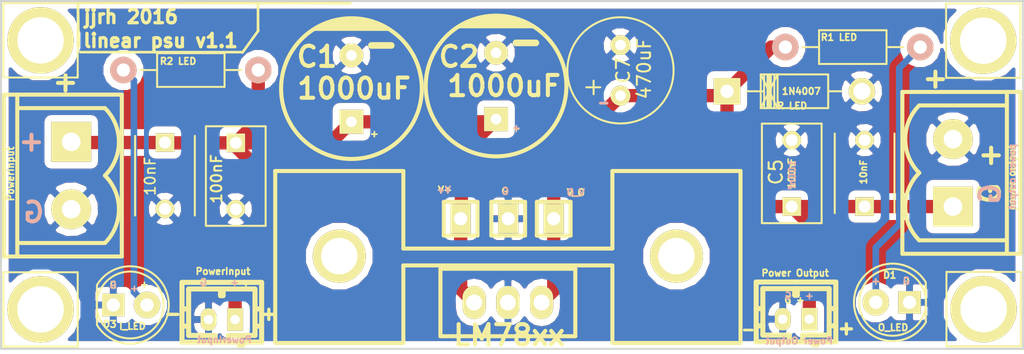
<source format=kicad_pcb>
(kicad_pcb (version 4) (host pcbnew 0.201508290901+6132~28~ubuntu14.04.1-product)

  (general
    (links 33)
    (no_connects 0)
    (area 106.632772 43.889599 190.369429 73.2123)
    (thickness 1.6)
    (drawings 56)
    (tracks 44)
    (zones 0)
    (modules 24)
    (nets 6)
  )

  (page A4)
  (layers
    (0 F.Cu signal)
    (31 B.Cu signal)
    (32 B.Adhes user)
    (33 F.Adhes user)
    (34 B.Paste user)
    (35 F.Paste user)
    (36 B.SilkS user)
    (37 F.SilkS user)
    (38 B.Mask user)
    (39 F.Mask user)
    (40 Dwgs.User user)
    (41 Cmts.User user)
    (42 Eco1.User user)
    (43 Eco2.User user)
    (44 Edge.Cuts user)
    (45 Margin user)
    (46 B.CrtYd user)
    (47 F.CrtYd user)
    (48 B.Fab user)
    (49 F.Fab user)
  )

  (setup
    (last_trace_width 0.25)
    (user_trace_width 0.5)
    (user_trace_width 0.75)
    (user_trace_width 1)
    (user_trace_width 1.25)
    (user_trace_width 1.5)
    (trace_clearance 0.2)
    (zone_clearance 0.508)
    (zone_45_only no)
    (trace_min 0.2)
    (segment_width 0.2)
    (edge_width 0.15)
    (via_size 0.6)
    (via_drill 0.4)
    (via_min_size 0.4)
    (via_min_drill 0.3)
    (uvia_size 0.3)
    (uvia_drill 0.1)
    (uvias_allowed no)
    (uvia_min_size 0.2)
    (uvia_min_drill 0.1)
    (pcb_text_width 0.3)
    (pcb_text_size 1.5 1.5)
    (mod_edge_width 0.15)
    (mod_text_size 1 1)
    (mod_text_width 0.15)
    (pad_size 1.524 1.524)
    (pad_drill 0.762)
    (pad_to_mask_clearance 0.2)
    (aux_axis_origin 0 0)
    (visible_elements FFFFFF7F)
    (pcbplotparams
      (layerselection 0x310ff_80000001)
      (usegerberextensions true)
      (excludeedgelayer false)
      (linewidth 0.100000)
      (plotframeref false)
      (viasonmask false)
      (mode 1)
      (useauxorigin false)
      (hpglpennumber 1)
      (hpglpenspeed 20)
      (hpglpendiameter 15)
      (hpglpenoverlay 2)
      (psnegative false)
      (psa4output false)
      (plotreference true)
      (plotvalue true)
      (plotinvisibletext false)
      (padsonsilk false)
      (subtractmaskfromsilk false)
      (outputformat 1)
      (mirror false)
      (drillshape 0)
      (scaleselection 1)
      (outputdirectory export/))
  )

  (net 0 "")
  (net 1 /V+)
  (net 2 GNDPWR)
  (net 3 /REG_+5V)
  (net 4 "Net-(D1-Pad2)")
  (net 5 "Net-(D3-Pad2)")

  (net_class Default "This is the default net class."
    (clearance 0.2)
    (trace_width 0.25)
    (via_dia 0.6)
    (via_drill 0.4)
    (uvia_dia 0.3)
    (uvia_drill 0.1)
    (add_net /REG_+5V)
    (add_net /V+)
    (add_net GNDPWR)
    (add_net "Net-(D1-Pad2)")
    (add_net "Net-(D3-Pad2)")
  )

  (module Capacitors_ThroughHole:C_Disc_D6_P5 (layer F.Cu) (tedit 56883402) (tstamp 56527CD6)
    (at 122.3518 54.6608 270)
    (descr "Capacitor 6mm Disc, Pitch 5mm")
    (tags Capacitor)
    (path /565283D0)
    (fp_text reference C3 (at 2.8194 -1.0922 270) (layer F.SilkS) hide
      (effects (font (size 1 1) (thickness 0.15)))
    )
    (fp_text value 10nF (at 2.54 1.1176 270) (layer F.SilkS)
      (effects (font (size 0.8 0.8) (thickness 0.125)))
    )
    (fp_line (start -0.95 -2.5) (end 5.95 -2.5) (layer F.CrtYd) (width 0.05))
    (fp_line (start 5.95 -2.5) (end 5.95 2.5) (layer F.CrtYd) (width 0.05))
    (fp_line (start 5.95 2.5) (end -0.95 2.5) (layer F.CrtYd) (width 0.05))
    (fp_line (start -0.95 2.5) (end -0.95 -2.5) (layer F.CrtYd) (width 0.05))
    (fp_line (start -0.5 -2.25) (end 5.5 -2.25) (layer F.SilkS) (width 0.15))
    (fp_line (start 5.5 2.25) (end -0.5 2.25) (layer F.SilkS) (width 0.15))
    (pad 1 thru_hole rect (at 0 0 270) (size 1.4 1.4) (drill 0.9) (layers *.Cu *.Mask F.SilkS)
      (net 1 /V+))
    (pad 2 thru_hole circle (at 5 0 270) (size 1.4 1.4) (drill 0.9) (layers *.Cu *.Mask F.SilkS)
      (net 2 GNDPWR))
    (model Capacitors_ThroughHole.3dshapes/C_Disc_D6_P5.wrl
      (at (xyz 0.0984252 0 0))
      (scale (xyz 1 1 1))
      (rotate (xyz 0 0 0))
    )
  )

  (module Capacitors_ThroughHole:C_Disc_D7.5_P5 (layer F.Cu) (tedit 568833FC) (tstamp 56527CDC)
    (at 127.6858 54.6862 270)
    (descr "Capacitor 7.5mm Disc, Pitch 5mm")
    (tags Capacitor)
    (path /565283D2)
    (fp_text reference C4 (at -2.286 0.7874 270) (layer F.SilkS) hide
      (effects (font (size 0.5 0.5) (thickness 0.125)))
    )
    (fp_text value 100nF (at 2.7178 1.4478 270) (layer F.SilkS)
      (effects (font (size 0.8 0.8) (thickness 0.15)))
    )
    (fp_line (start -1.5 -2.5) (end 6.5 -2.5) (layer F.CrtYd) (width 0.05))
    (fp_line (start 6.5 -2.5) (end 6.5 2.5) (layer F.CrtYd) (width 0.05))
    (fp_line (start 6.5 2.5) (end -1.5 2.5) (layer F.CrtYd) (width 0.05))
    (fp_line (start -1.5 2.5) (end -1.5 -2.5) (layer F.CrtYd) (width 0.05))
    (fp_line (start -1.25 -2.25) (end 6.25 -2.25) (layer F.SilkS) (width 0.15))
    (fp_line (start 6.25 -2.25) (end 6.25 2.25) (layer F.SilkS) (width 0.15))
    (fp_line (start 6.25 2.25) (end -1.25 2.25) (layer F.SilkS) (width 0.15))
    (fp_line (start -1.25 2.25) (end -1.25 -2.25) (layer F.SilkS) (width 0.15))
    (pad 1 thru_hole rect (at 0 0 270) (size 1.4 1.4) (drill 0.9) (layers *.Cu *.Mask F.SilkS)
      (net 1 /V+))
    (pad 2 thru_hole circle (at 5 0 270) (size 1.4 1.4) (drill 0.9) (layers *.Cu *.Mask F.SilkS)
      (net 2 GNDPWR))
    (model Capacitors_ThroughHole.3dshapes/C_Disc_D7.5_P5.wrl
      (at (xyz 0.0984252 0 0))
      (scale (xyz 1 1 1))
      (rotate (xyz 0 0 0))
    )
  )

  (module Capacitors_ThroughHole:C_Disc_D7.5_P5 (layer F.Cu) (tedit 5658FBC7) (tstamp 56527CE2)
    (at 169.5704 59.4868 90)
    (descr "Capacitor 7.5mm Disc, Pitch 5mm")
    (tags Capacitor)
    (path /565283D5)
    (fp_text reference C5 (at 2.6 -1.2 90) (layer F.SilkS)
      (effects (font (size 1 1) (thickness 0.15)))
    )
    (fp_text value 100nF (at 2.5 0 90) (layer F.SilkS)
      (effects (font (size 0.5 0.5) (thickness 0.125)))
    )
    (fp_line (start -1.5 -2.5) (end 6.5 -2.5) (layer F.CrtYd) (width 0.05))
    (fp_line (start 6.5 -2.5) (end 6.5 2.5) (layer F.CrtYd) (width 0.05))
    (fp_line (start 6.5 2.5) (end -1.5 2.5) (layer F.CrtYd) (width 0.05))
    (fp_line (start -1.5 2.5) (end -1.5 -2.5) (layer F.CrtYd) (width 0.05))
    (fp_line (start -1.25 -2.25) (end 6.25 -2.25) (layer F.SilkS) (width 0.15))
    (fp_line (start 6.25 -2.25) (end 6.25 2.25) (layer F.SilkS) (width 0.15))
    (fp_line (start 6.25 2.25) (end -1.25 2.25) (layer F.SilkS) (width 0.15))
    (fp_line (start -1.25 2.25) (end -1.25 -2.25) (layer F.SilkS) (width 0.15))
    (pad 1 thru_hole rect (at 0 0 90) (size 1.4 1.4) (drill 0.9) (layers *.Cu *.Mask F.SilkS)
      (net 3 /REG_+5V))
    (pad 2 thru_hole circle (at 5 0 90) (size 1.4 1.4) (drill 0.9) (layers *.Cu *.Mask F.SilkS)
      (net 2 GNDPWR))
    (model Capacitors_ThroughHole.3dshapes/C_Disc_D7.5_P5.wrl
      (at (xyz 0.0984252 0 0))
      (scale (xyz 1 1 1))
      (rotate (xyz 0 0 0))
    )
  )

  (module Capacitors_ThroughHole:C_Disc_D6_P5 (layer F.Cu) (tedit 568830DD) (tstamp 56527CE8)
    (at 175.0568 59.483 90)
    (descr "Capacitor 6mm Disc, Pitch 5mm")
    (tags Capacitor)
    (path /565283D6)
    (fp_text reference C6 (at 2.8 -1.4 90) (layer F.SilkS) hide
      (effects (font (size 1 1) (thickness 0.15)))
    )
    (fp_text value 10nF (at 2.6008 -0.0822 90) (layer F.SilkS)
      (effects (font (size 0.5 0.5) (thickness 0.125)))
    )
    (fp_line (start -0.95 -2.5) (end 5.95 -2.5) (layer F.CrtYd) (width 0.05))
    (fp_line (start 5.95 -2.5) (end 5.95 2.5) (layer F.CrtYd) (width 0.05))
    (fp_line (start 5.95 2.5) (end -0.95 2.5) (layer F.CrtYd) (width 0.05))
    (fp_line (start -0.95 2.5) (end -0.95 -2.5) (layer F.CrtYd) (width 0.05))
    (fp_line (start -0.5 -2.25) (end 5.5 -2.25) (layer F.SilkS) (width 0.15))
    (fp_line (start 5.5 2.25) (end -0.5 2.25) (layer F.SilkS) (width 0.15))
    (pad 1 thru_hole rect (at 0 0 90) (size 1.4 1.4) (drill 0.9) (layers *.Cu *.Mask F.SilkS)
      (net 3 /REG_+5V))
    (pad 2 thru_hole circle (at 5 0 90) (size 1.4 1.4) (drill 0.9) (layers *.Cu *.Mask F.SilkS)
      (net 2 GNDPWR))
    (model Capacitors_ThroughHole.3dshapes/C_Disc_D6_P5.wrl
      (at (xyz 0.0984252 0 0))
      (scale (xyz 1 1 1))
      (rotate (xyz 0 0 0))
    )
  )

  (module Capacitors_Elko_ThroughHole:Elko_vert_11.5x8mm_RM3.5 (layer F.Cu) (tedit 5659074E) (tstamp 56527CEE)
    (at 156.6672 51.1302 90)
    (descr "Electrolytic Capacitor, vertical, diameter 8mm, RM 3,5mm, radial,")
    (tags "Electrolytic Capacitor, vertical, diameter 8mm, radial, RM 3,5mm, Elko, Electrolytkondensator, Kondensator gepolt, Durchmesser 8mm,")
    (path /565283D7)
    (fp_text reference C7 (at 1.9 0.2 90) (layer F.SilkS)
      (effects (font (size 1 1) (thickness 0.15)))
    )
    (fp_text value 470uF (at 2.032 1.778 90) (layer F.SilkS)
      (effects (font (size 1 1) (thickness 0.15)))
    )
    (fp_line (start 0.10414 -2.02438) (end 1.1303 -2.02438) (layer F.SilkS) (width 0.15))
    (fp_line (start 0.62992 -2.57556) (end 0.62992 -1.524) (layer F.SilkS) (width 0.15))
    (fp_line (start 0.635 -2.54) (end 0.635 -1.524) (layer F.Cu) (width 0.15))
    (fp_line (start 0.127 -2.032) (end 1.143 -2.032) (layer F.Cu) (width 0.15))
    (fp_circle (center 1.905 0) (end 5.9055 0) (layer F.SilkS) (width 0.15))
    (pad 2 thru_hole circle (at 3.81 0 90) (size 1.50114 1.50114) (drill 0.8001) (layers *.Cu *.Mask F.SilkS)
      (net 2 GNDPWR))
    (pad 1 thru_hole circle (at 0 0 90) (size 1.50114 1.50114) (drill 0.8001) (layers *.Cu *.Mask F.SilkS)
      (net 3 /REG_+5V))
    (model Capacitors_Elko_ThroughHole.3dshapes/Elko_vert_11.5x8mm_RM3.5.wrl
      (at (xyz 0 0 0))
      (scale (xyz 1 1 1))
      (rotate (xyz 0 0 0))
    )
  )

  (module LEDs:LED-5MM (layer F.Cu) (tedit 568835ED) (tstamp 56527CF4)
    (at 178.43866 66.7 180)
    (descr "LED vertical 5mm")
    (tags "LED-5MM LED 5mm")
    (path /565283DB)
    (fp_text reference D1 (at 1.48866 2.05 180) (layer F.SilkS)
      (effects (font (size 0.5 0.5) (thickness 0.125)))
    )
    (fp_text value O_LED (at 1.23866 -1.9 180) (layer F.SilkS)
      (effects (font (size 0.5 0.5) (thickness 0.125)))
    )
    (fp_line (start 4.4 -3.15) (end 4.4 3.15) (layer F.CrtYd) (width 0.05))
    (fp_line (start -1.5 -3.15) (end -1.5 3.15) (layer F.CrtYd) (width 0.05))
    (fp_line (start -1.5 3.15) (end 4.4 3.15) (layer F.CrtYd) (width 0.05))
    (fp_line (start -1.5 -3.15) (end 4.4 -3.15) (layer F.CrtYd) (width 0.05))
    (fp_arc (start 1.26866 0) (end -1.23134 -1.5) (angle 297.5) (layer F.SilkS) (width 0.15))
    (fp_line (start -1.23134 1.5) (end -1.23134 -1.5) (layer F.SilkS) (width 0.15))
    (fp_circle (center 1.26866 0) (end 0.96866 -2.5) (layer F.SilkS) (width 0.15))
    (fp_text user K (at -1.90634 1.905 180) (layer F.SilkS) hide
      (effects (font (size 1 1) (thickness 0.15)))
    )
    (pad 1 thru_hole rect (at -0.00134 0 270) (size 1.69926 1.69926) (drill 1.00076) (layers *.Cu *.Mask F.SilkS)
      (net 2 GNDPWR))
    (pad 2 thru_hole circle (at 2.53866 0 180) (size 1.99898 1.99898) (drill 1.00076) (layers *.Cu *.Mask F.SilkS)
      (net 4 "Net-(D1-Pad2)"))
    (model LEDs.3dshapes/LED-5MM.wrl
      (at (xyz 0.05 0 -0.012))
      (scale (xyz 1 1 1))
      (rotate (xyz 0 0 180))
    )
  )

  (module Diodes_ThroughHole:Diode_DO-41_SOD81_Horizontal_RM10 (layer F.Cu) (tedit 56883013) (tstamp 56527CFA)
    (at 164.6936 50.80254)
    (descr "Diode, DO-41, SOD81, Horizontal, RM 10mm,")
    (tags "Diode, DO-41, SOD81, Horizontal, RM 10mm, 1N4007, SB140,")
    (path /565283DA)
    (fp_text reference D2 (at 5.588 -1.27) (layer F.SilkS) hide
      (effects (font (size 1 1) (thickness 0.15)))
    )
    (fp_text value 1N4007 (at 5.6 0) (layer F.SilkS)
      (effects (font (size 0.5 0.5) (thickness 0.125)))
    )
    (fp_line (start 7.62 -0.00254) (end 8.636 -0.00254) (layer F.SilkS) (width 0.15))
    (fp_line (start 2.794 -0.00254) (end 1.524 -0.00254) (layer F.SilkS) (width 0.15))
    (fp_line (start 3.048 -1.27254) (end 3.048 1.26746) (layer F.SilkS) (width 0.15))
    (fp_line (start 3.302 -1.27254) (end 3.302 1.26746) (layer F.SilkS) (width 0.15))
    (fp_line (start 3.556 -1.27254) (end 3.556 1.26746) (layer F.SilkS) (width 0.15))
    (fp_line (start 2.794 -1.27254) (end 2.794 1.26746) (layer F.SilkS) (width 0.15))
    (fp_line (start 3.81 -1.27254) (end 2.54 1.26746) (layer F.SilkS) (width 0.15))
    (fp_line (start 2.54 -1.27254) (end 3.81 1.26746) (layer F.SilkS) (width 0.15))
    (fp_line (start 3.81 -1.27254) (end 3.81 1.26746) (layer F.SilkS) (width 0.15))
    (fp_line (start 3.175 -1.27254) (end 3.175 1.26746) (layer F.SilkS) (width 0.15))
    (fp_line (start 2.54 1.26746) (end 2.54 -1.27254) (layer F.SilkS) (width 0.15))
    (fp_line (start 2.54 -1.27254) (end 7.62 -1.27254) (layer F.SilkS) (width 0.15))
    (fp_line (start 7.62 -1.27254) (end 7.62 1.26746) (layer F.SilkS) (width 0.15))
    (fp_line (start 7.62 1.26746) (end 2.54 1.26746) (layer F.SilkS) (width 0.15))
    (pad 2 thru_hole circle (at 10.16 -0.00254 180) (size 1.99898 1.99898) (drill 1.27) (layers *.Cu *.Mask F.SilkS)
      (net 2 GNDPWR))
    (pad 1 thru_hole rect (at 0 -0.00254 180) (size 1.99898 1.99898) (drill 1.00076) (layers *.Cu *.Mask F.SilkS)
      (net 3 /REG_+5V))
  )

  (module w_conn_jst-ph:b2b-ph-kl (layer F.Cu) (tedit 568833ED) (tstamp 56527D00)
    (at 126.63424 67.9958 180)
    (descr "JST PH series connector, B2B-PH-KL")
    (path /5652CEE3)
    (fp_text reference P1 (at 0.70076 4 180) (layer F.SilkS) hide
      (effects (font (thickness 0.3048)))
    )
    (fp_text value PowerInput (at -0.08636 3.6322 180) (layer F.SilkS)
      (effects (font (size 0.5 0.5) (thickness 0.125)))
    )
    (fp_line (start -0.09906 2.30124) (end -0.09906 1.80086) (layer F.SilkS) (width 0.381))
    (fp_line (start -0.09906 1.80086) (end 0.09906 1.80086) (layer F.SilkS) (width 0.381))
    (fp_line (start 0.09906 1.80086) (end 0.09906 2.30124) (layer F.SilkS) (width 0.381))
    (fp_line (start 2.99974 -0.50038) (end 2.49936 -0.50038) (layer F.SilkS) (width 0.381))
    (fp_line (start 2.49936 0.8001) (end 2.99974 0.8001) (layer F.SilkS) (width 0.381))
    (fp_line (start -2.49936 0.8001) (end -2.99974 0.8001) (layer F.SilkS) (width 0.381))
    (fp_line (start -2.49936 -0.50038) (end -2.99974 -0.50038) (layer F.SilkS) (width 0.381))
    (fp_line (start -0.50038 -1.69926) (end -0.50038 -1.19888) (layer F.SilkS) (width 0.381))
    (fp_line (start -0.50038 -1.19888) (end -2.49936 -1.19888) (layer F.SilkS) (width 0.381))
    (fp_line (start -2.49936 -1.19888) (end -2.49936 2.30124) (layer F.SilkS) (width 0.381))
    (fp_line (start -2.49936 2.30124) (end 2.49936 2.30124) (layer F.SilkS) (width 0.381))
    (fp_line (start 2.49936 2.30124) (end 2.49936 -1.19888) (layer F.SilkS) (width 0.381))
    (fp_line (start 2.49936 -1.19888) (end 0.50038 -1.19888) (layer F.SilkS) (width 0.381))
    (fp_line (start 0.50038 -1.19888) (end 0.50038 -1.69926) (layer F.SilkS) (width 0.381))
    (fp_line (start -2.99974 -1.69926) (end -2.99974 2.79908) (layer F.SilkS) (width 0.381))
    (fp_line (start 2.99974 -1.69926) (end 2.99974 2.79908) (layer F.SilkS) (width 0.381))
    (fp_line (start -1.30048 -1.69926) (end -1.30048 -1.89992) (layer F.SilkS) (width 0.381))
    (fp_line (start -1.30048 -1.89992) (end -1.6002 -1.89992) (layer F.SilkS) (width 0.381))
    (fp_line (start -1.6002 -1.89992) (end -1.6002 -1.69926) (layer F.SilkS) (width 0.381))
    (fp_line (start 2.99974 -1.69926) (end -2.99974 -1.69926) (layer F.SilkS) (width 0.381))
    (fp_line (start -2.99974 2.79908) (end 2.99974 2.79908) (layer F.SilkS) (width 0.381))
    (pad 1 thru_hole rect (at -1.00076 0 180) (size 1.19888 1.69926) (drill 0.70104) (layers *.Cu *.Mask F.SilkS)
      (net 1 /V+))
    (pad 2 thru_hole oval (at 1.00076 0 180) (size 1.19888 1.69926) (drill 0.70104) (layers *.Cu *.Mask F.SilkS)
      (net 2 GNDPWR))
    (model walter/conn_jst-ph/b2b-ph-kl.wrl
      (at (xyz 0 0 0))
      (scale (xyz 1 1 1))
      (rotate (xyz 0 0 0))
    )
  )

  (module w_conn_screw:mstbva_2,5%2f2-g-5,08 (layer F.Cu) (tedit 56883422) (tstamp 56527D06)
    (at 115.2906 57.15 270)
    (descr "Terminal block 2 pins, Phoenix MSTBVA 2,5/2-G-5,08")
    (tags DEV)
    (path /5652E019)
    (fp_text reference P2 (at 0.16 2.4 270) (layer F.SilkS) hide
      (effects (font (size 0.5 0.5) (thickness 0.125)))
    )
    (fp_text value PowerInput (at -0.127 4.572 270) (layer F.SilkS)
      (effects (font (size 0.5 0.5) (thickness 0.125)))
    )
    (fp_line (start -6.096 5.08) (end 6.096 5.08) (layer F.SilkS) (width 0.3048))
    (fp_line (start 6.096 4.064) (end -6.096 4.064) (layer F.SilkS) (width 0.3048))
    (fp_line (start -6.096 -3.81) (end 6.096 -3.81) (layer F.SilkS) (width 0.3048))
    (fp_line (start -6.096 -3.81) (end -6.096 5.08) (layer F.SilkS) (width 0.3048))
    (fp_line (start 6.096 5.08) (end 6.096 -3.81) (layer F.SilkS) (width 0.3048))
    (fp_arc (start -2.54 0) (end -5.08 -2.54) (angle 90) (layer F.SilkS) (width 0.3048))
    (fp_arc (start 2.54 0) (end 0 -2.54) (angle 90) (layer F.SilkS) (width 0.3048))
    (fp_line (start 5.08 -2.54) (end 5.08 4.064) (layer F.SilkS) (width 0.3048))
    (fp_line (start -5.08 -2.54) (end -5.08 4.064) (layer F.SilkS) (width 0.3048))
    (pad 1 thru_hole rect (at -2.54 0 270) (size 2.99974 2.99974) (drill 1.39954) (layers *.Cu *.Mask F.SilkS)
      (net 1 /V+))
    (pad 2 thru_hole circle (at 2.54 0 270) (size 2.99974 2.99974) (drill 1.39954) (layers *.Cu *.Mask F.SilkS)
      (net 2 GNDPWR))
    (model walter/conn_screw/mstbva_2,5-2-g-5,08.wrl
      (at (xyz 0 0 0))
      (scale (xyz 1 1 1))
      (rotate (xyz 0 0 0))
    )
  )

  (module w_pin_strip:pin_socket_1 (layer F.Cu) (tedit 56882F43) (tstamp 56527D0B)
    (at 148.209 60.4012)
    (descr "Pin socket 1pin")
    (tags "CONN DEV")
    (path /5652DB4B)
    (fp_text reference P3 (at -1.014 2.048) (layer F.Fab) hide
      (effects (font (size 1.016 1.016) (thickness 0.2032)))
    )
    (fp_text value GND_TESTPOINT (at 0.254 -3.556) (layer F.SilkS) hide
      (effects (font (size 1.016 0.889) (thickness 0.2032)))
    )
    (fp_line (start 1.27 1.27) (end -1.27 1.27) (layer F.SilkS) (width 0.3048))
    (fp_line (start -1.27 -1.27) (end 1.27 -1.27) (layer F.SilkS) (width 0.3048))
    (fp_line (start -1.27 1.27) (end -1.27 -1.27) (layer F.SilkS) (width 0.3048))
    (fp_line (start 1.27 -1.27) (end 1.27 1.27) (layer F.SilkS) (width 0.3048))
    (pad 1 thru_hole rect (at 0 0) (size 1.524 2.19964) (drill 1.00076) (layers *.Cu *.Mask F.SilkS)
      (net 2 GNDPWR))
    (model walter/pin_strip/pin_socket_1.wrl
      (at (xyz 0 0 0))
      (scale (xyz 1 1 1))
      (rotate (xyz 0 0 0))
    )
  )

  (module w_pin_strip:pin_socket_1 (layer F.Cu) (tedit 56882F45) (tstamp 56527D10)
    (at 144.6276 60.4012)
    (descr "Pin socket 1pin")
    (tags "CONN DEV")
    (path /5652D9BE)
    (fp_text reference P4 (at 0.476 1.948) (layer F.Fab) hide
      (effects (font (size 1.016 1.016) (thickness 0.2032)))
    )
    (fp_text value V_IN_TESTPOINT (at 0.254 -3.556) (layer F.SilkS) hide
      (effects (font (size 1.016 0.889) (thickness 0.2032)))
    )
    (fp_line (start 1.27 1.27) (end -1.27 1.27) (layer F.SilkS) (width 0.3048))
    (fp_line (start -1.27 -1.27) (end 1.27 -1.27) (layer F.SilkS) (width 0.3048))
    (fp_line (start -1.27 1.27) (end -1.27 -1.27) (layer F.SilkS) (width 0.3048))
    (fp_line (start 1.27 -1.27) (end 1.27 1.27) (layer F.SilkS) (width 0.3048))
    (pad 1 thru_hole rect (at 0 0) (size 1.524 2.19964) (drill 1.00076) (layers *.Cu *.Mask F.SilkS)
      (net 1 /V+))
    (model walter/pin_strip/pin_socket_1.wrl
      (at (xyz 0 0 0))
      (scale (xyz 1 1 1))
      (rotate (xyz 0 0 0))
    )
  )

  (module w_conn_jst-ph:b2b-ph-kl (layer F.Cu) (tedit 56882F4C) (tstamp 56527D16)
    (at 169.89044 67.9704 180)
    (descr "JST PH series connector, B2B-PH-KL")
    (path /5652C814)
    (fp_text reference P5 (at 2.23384 4.5572 180) (layer F.SilkS) hide
      (effects (font (thickness 0.3048)))
    )
    (fp_text value "G +" (at 0.11684 1.4478 180) (layer F.SilkS)
      (effects (font (size 0.5 0.5) (thickness 0.125)))
    )
    (fp_line (start -0.09906 2.30124) (end -0.09906 1.80086) (layer F.SilkS) (width 0.381))
    (fp_line (start -0.09906 1.80086) (end 0.09906 1.80086) (layer F.SilkS) (width 0.381))
    (fp_line (start 0.09906 1.80086) (end 0.09906 2.30124) (layer F.SilkS) (width 0.381))
    (fp_line (start 2.99974 -0.50038) (end 2.49936 -0.50038) (layer F.SilkS) (width 0.381))
    (fp_line (start 2.49936 0.8001) (end 2.99974 0.8001) (layer F.SilkS) (width 0.381))
    (fp_line (start -2.49936 0.8001) (end -2.99974 0.8001) (layer F.SilkS) (width 0.381))
    (fp_line (start -2.49936 -0.50038) (end -2.99974 -0.50038) (layer F.SilkS) (width 0.381))
    (fp_line (start -0.50038 -1.69926) (end -0.50038 -1.19888) (layer F.SilkS) (width 0.381))
    (fp_line (start -0.50038 -1.19888) (end -2.49936 -1.19888) (layer F.SilkS) (width 0.381))
    (fp_line (start -2.49936 -1.19888) (end -2.49936 2.30124) (layer F.SilkS) (width 0.381))
    (fp_line (start -2.49936 2.30124) (end 2.49936 2.30124) (layer F.SilkS) (width 0.381))
    (fp_line (start 2.49936 2.30124) (end 2.49936 -1.19888) (layer F.SilkS) (width 0.381))
    (fp_line (start 2.49936 -1.19888) (end 0.50038 -1.19888) (layer F.SilkS) (width 0.381))
    (fp_line (start 0.50038 -1.19888) (end 0.50038 -1.69926) (layer F.SilkS) (width 0.381))
    (fp_line (start -2.99974 -1.69926) (end -2.99974 2.79908) (layer F.SilkS) (width 0.381))
    (fp_line (start 2.99974 -1.69926) (end 2.99974 2.79908) (layer F.SilkS) (width 0.381))
    (fp_line (start -1.30048 -1.69926) (end -1.30048 -1.89992) (layer F.SilkS) (width 0.381))
    (fp_line (start -1.30048 -1.89992) (end -1.6002 -1.89992) (layer F.SilkS) (width 0.381))
    (fp_line (start -1.6002 -1.89992) (end -1.6002 -1.69926) (layer F.SilkS) (width 0.381))
    (fp_line (start 2.99974 -1.69926) (end -2.99974 -1.69926) (layer F.SilkS) (width 0.381))
    (fp_line (start -2.99974 2.79908) (end 2.99974 2.79908) (layer F.SilkS) (width 0.381))
    (pad 1 thru_hole rect (at -1.00076 0 180) (size 1.19888 1.69926) (drill 0.70104) (layers *.Cu *.Mask F.SilkS)
      (net 3 /REG_+5V))
    (pad 2 thru_hole oval (at 1.00076 0 180) (size 1.19888 1.69926) (drill 0.70104) (layers *.Cu *.Mask F.SilkS)
      (net 2 GNDPWR))
    (model walter/conn_jst-ph/b2b-ph-kl.wrl
      (at (xyz 0 0 0))
      (scale (xyz 1 1 1))
      (rotate (xyz 0 0 0))
    )
  )

  (module w_conn_screw:mstbva_2,5%2f2-g-5,08 (layer F.Cu) (tedit 568830E0) (tstamp 56527D1C)
    (at 181.7116 56.9468 90)
    (descr "Terminal block 2 pins, Phoenix MSTBVA 2,5/2-G-5,08")
    (tags DEV)
    (path /5652E7F6)
    (fp_text reference P6 (at 0 -5.842 90) (layer F.SilkS) hide
      (effects (font (thickness 0.3048)))
    )
    (fp_text value "G +" (at -0.0254 2.7686 90) (layer F.SilkS)
      (effects (font (thickness 0.3048)))
    )
    (fp_line (start -6.096 5.08) (end 6.096 5.08) (layer F.SilkS) (width 0.3048))
    (fp_line (start 6.096 4.064) (end -6.096 4.064) (layer F.SilkS) (width 0.3048))
    (fp_line (start -6.096 -3.81) (end 6.096 -3.81) (layer F.SilkS) (width 0.3048))
    (fp_line (start -6.096 -3.81) (end -6.096 5.08) (layer F.SilkS) (width 0.3048))
    (fp_line (start 6.096 5.08) (end 6.096 -3.81) (layer F.SilkS) (width 0.3048))
    (fp_arc (start -2.54 0) (end -5.08 -2.54) (angle 90) (layer F.SilkS) (width 0.3048))
    (fp_arc (start 2.54 0) (end 0 -2.54) (angle 90) (layer F.SilkS) (width 0.3048))
    (fp_line (start 5.08 -2.54) (end 5.08 4.064) (layer F.SilkS) (width 0.3048))
    (fp_line (start -5.08 -2.54) (end -5.08 4.064) (layer F.SilkS) (width 0.3048))
    (pad 1 thru_hole rect (at -2.54 0 90) (size 2.99974 2.99974) (drill 1.39954) (layers *.Cu *.Mask F.SilkS)
      (net 3 /REG_+5V))
    (pad 2 thru_hole circle (at 2.54 0 90) (size 2.99974 2.99974) (drill 1.39954) (layers *.Cu *.Mask F.SilkS)
      (net 2 GNDPWR))
    (model walter/conn_screw/mstbva_2,5-2-g-5,08.wrl
      (at (xyz 0 0 0))
      (scale (xyz 1 1 1))
      (rotate (xyz 0 0 0))
    )
  )

  (module Resistors_ThroughHole:Resistor_Horizontal_RM10mm (layer F.Cu) (tedit 56883693) (tstamp 56527D22)
    (at 174.1678 47.4726)
    (descr "Resistor, Axial,  RM 10mm, 1/3W,")
    (tags "Resistor, Axial, RM 10mm, 1/3W,")
    (path /565283DC)
    (fp_text reference "R1 LED" (at -1.0414 -0.7366) (layer F.SilkS)
      (effects (font (size 0.5 0.5) (thickness 0.125)))
    )
    (fp_text value R (at 0.8636 0.0762) (layer F.Fab) hide
      (effects (font (size 1 1) (thickness 0.15)))
    )
    (fp_line (start -2.54 -1.27) (end 2.54 -1.27) (layer F.SilkS) (width 0.15))
    (fp_line (start 2.54 -1.27) (end 2.54 1.27) (layer F.SilkS) (width 0.15))
    (fp_line (start 2.54 1.27) (end -2.54 1.27) (layer F.SilkS) (width 0.15))
    (fp_line (start -2.54 1.27) (end -2.54 -1.27) (layer F.SilkS) (width 0.15))
    (fp_line (start -2.54 0) (end -3.81 0) (layer F.SilkS) (width 0.15))
    (fp_line (start 2.54 0) (end 3.81 0) (layer F.SilkS) (width 0.15))
    (pad 1 thru_hole circle (at -5.08 0) (size 1.99898 1.99898) (drill 1.00076) (layers *.Cu *.SilkS *.Mask)
      (net 3 /REG_+5V))
    (pad 2 thru_hole circle (at 5.08 0) (size 1.99898 1.99898) (drill 1.00076) (layers *.Cu *.SilkS *.Mask)
      (net 4 "Net-(D1-Pad2)"))
    (model Resistors_ThroughHole.3dshapes/Resistor_Horizontal_RM10mm.wrl
      (at (xyz 0 0 0))
      (scale (xyz 0.4 0.4 0.4))
      (rotate (xyz 0 0 0))
    )
  )

  (module w_capacitors:CP_10x30mm (layer F.Cu) (tedit 526421A1) (tstamp 5658FFFA)
    (at 136.4 50.6)
    (descr "Capacitor, pol, cyl 10x30mm")
    (path /565283C9)
    (fp_text reference C1 (at -2.6 -2.4) (layer F.SilkS)
      (effects (font (thickness 0.3048)))
    )
    (fp_text value 1000uF (at 0.2 0) (layer F.SilkS)
      (effects (font (thickness 0.3048)))
    )
    (fp_line (start -2.7 -4.5) (end 2.7 -4.5) (layer F.SilkS) (width 0.3048))
    (fp_line (start 2.3 -4.7) (end -2.3 -4.7) (layer F.SilkS) (width 0.3048))
    (fp_line (start 1.9 -4.9) (end -1.9 -4.9) (layer F.SilkS) (width 0.3048))
    (fp_line (start -1.3 -5.1) (end 1.3 -5.1) (layer F.SilkS) (width 0.3048))
    (fp_circle (center 0 0) (end -5.3 0) (layer F.SilkS) (width 0.3048))
    (fp_line (start 1.5 -3.25) (end 3 -3.25) (layer F.SilkS) (width 0.5))
    (pad 1 thru_hole rect (at 0 2.5) (size 1.8 1.8) (drill 0.8) (layers *.Cu *.Mask F.SilkS)
      (net 1 /V+))
    (pad 2 thru_hole circle (at 0 -2.5) (size 1.8 1.8) (drill 0.8) (layers *.Cu *.Mask F.SilkS)
      (net 2 GNDPWR))
    (model walter/capacitors/cp_10x30mm.wrl
      (at (xyz 0 0 0))
      (scale (xyz 1 1 1))
      (rotate (xyz 0 0 0))
    )
  )

  (module w_capacitors:CP_10x30mm (layer F.Cu) (tedit 526421A1) (tstamp 5658FFFF)
    (at 147.2946 50.4044)
    (descr "Capacitor, pol, cyl 10x30mm")
    (path /565283CA)
    (fp_text reference C2 (at -2.8 -2.2) (layer F.SilkS)
      (effects (font (thickness 0.3048)))
    )
    (fp_text value 1000uF (at 0.6 0) (layer F.SilkS)
      (effects (font (thickness 0.3048)))
    )
    (fp_line (start -2.7 -4.5) (end 2.7 -4.5) (layer F.SilkS) (width 0.3048))
    (fp_line (start 2.3 -4.7) (end -2.3 -4.7) (layer F.SilkS) (width 0.3048))
    (fp_line (start 1.9 -4.9) (end -1.9 -4.9) (layer F.SilkS) (width 0.3048))
    (fp_line (start -1.3 -5.1) (end 1.3 -5.1) (layer F.SilkS) (width 0.3048))
    (fp_circle (center 0 0) (end -5.3 0) (layer F.SilkS) (width 0.3048))
    (fp_line (start 1.5 -3.25) (end 3 -3.25) (layer F.SilkS) (width 0.5))
    (pad 1 thru_hole rect (at 0 2.5) (size 1.8 1.8) (drill 0.8) (layers *.Cu *.Mask F.SilkS)
      (net 1 /V+))
    (pad 2 thru_hole circle (at 0 -2.5) (size 1.8 1.8) (drill 0.8) (layers *.Cu *.Mask F.SilkS)
      (net 2 GNDPWR))
    (model walter/capacitors/cp_10x30mm.wrl
      (at (xyz 0 0 0))
      (scale (xyz 1 1 1))
      (rotate (xyz 0 0 0))
    )
  )

  (module LEDs:LED-5MM (layer F.Cu) (tedit 5688335C) (tstamp 56590009)
    (at 118.46 66.9)
    (descr "LED vertical 5mm")
    (tags "LED-5MM LED 5mm")
    (path /5659246B)
    (fp_text reference D3 (at -0.26 1.45) (layer F.SilkS)
      (effects (font (size 0.5 0.5) (thickness 0.125)))
    )
    (fp_text value I_LED (at 1.44 1.6) (layer F.SilkS)
      (effects (font (size 0.5 0.5) (thickness 0.125)))
    )
    (fp_line (start 4.4 -3.15) (end 4.4 3.15) (layer F.CrtYd) (width 0.05))
    (fp_line (start -1.5 -3.15) (end -1.5 3.15) (layer F.CrtYd) (width 0.05))
    (fp_line (start -1.5 3.15) (end 4.4 3.15) (layer F.CrtYd) (width 0.05))
    (fp_line (start -1.5 -3.15) (end 4.4 -3.15) (layer F.CrtYd) (width 0.05))
    (fp_arc (start 1.26866 0) (end -1.23134 -1.5) (angle 297.5) (layer F.SilkS) (width 0.15))
    (fp_line (start -1.23134 1.5) (end -1.23134 -1.5) (layer F.SilkS) (width 0.15))
    (fp_circle (center 1.26866 0) (end 0.96866 -2.5) (layer F.SilkS) (width 0.15))
    (fp_text user K (at -4.31 10.65) (layer F.SilkS) hide
      (effects (font (size 1 1) (thickness 0.15)))
    )
    (pad 1 thru_hole rect (at -0.00134 0 90) (size 1.69926 1.69926) (drill 1.00076) (layers *.Cu *.Mask F.SilkS)
      (net 2 GNDPWR))
    (pad 2 thru_hole circle (at 2.53866 0) (size 1.99898 1.99898) (drill 1.00076) (layers *.Cu *.Mask F.SilkS)
      (net 5 "Net-(D3-Pad2)"))
    (model LEDs.3dshapes/LED-5MM.wrl
      (at (xyz 0.05 0 -0.012))
      (scale (xyz 1 1 1))
      (rotate (xyz 0 0 180))
    )
  )

  (module w_pin_strip:pin_socket_1 (layer F.Cu) (tedit 56882F48) (tstamp 5659000E)
    (at 151.638 60.4012)
    (descr "Pin socket 1pin")
    (tags "CONN DEV")
    (path /56592DA0)
    (fp_text reference P7 (at 2.65 -0.05) (layer F.Fab) hide
      (effects (font (size 1.016 1.016) (thickness 0.2032)))
    )
    (fp_text value V_OUT_TESTPOINT (at 0.254 -3.556) (layer F.SilkS) hide
      (effects (font (size 1.016 0.889) (thickness 0.2032)))
    )
    (fp_line (start 1.27 1.27) (end -1.27 1.27) (layer F.SilkS) (width 0.3048))
    (fp_line (start -1.27 -1.27) (end 1.27 -1.27) (layer F.SilkS) (width 0.3048))
    (fp_line (start -1.27 1.27) (end -1.27 -1.27) (layer F.SilkS) (width 0.3048))
    (fp_line (start 1.27 -1.27) (end 1.27 1.27) (layer F.SilkS) (width 0.3048))
    (pad 1 thru_hole rect (at 0 0) (size 1.524 2.19964) (drill 1.00076) (layers *.Cu *.Mask F.SilkS)
      (net 3 /REG_+5V))
    (model walter/pin_strip/pin_socket_1.wrl
      (at (xyz 0 0 0))
      (scale (xyz 1 1 1))
      (rotate (xyz 0 0 0))
    )
  )

  (module Resistors_ThroughHole:Resistor_Horizontal_RM10mm (layer F.Cu) (tedit 568836AB) (tstamp 56590014)
    (at 124.3 49.2 180)
    (descr "Resistor, Axial,  RM 10mm, 1/3W,")
    (tags "Resistor, Axial, RM 10mm, 1/3W,")
    (path /565925E3)
    (fp_text reference "R2 LED" (at 0.9576 0.6606 180) (layer F.SilkS)
      (effects (font (size 0.5 0.5) (thickness 0.125)))
    )
    (fp_text value R (at 1.2 -0.1 180) (layer F.Fab) hide
      (effects (font (size 1 1) (thickness 0.15)))
    )
    (fp_line (start -2.54 -1.27) (end 2.54 -1.27) (layer F.SilkS) (width 0.15))
    (fp_line (start 2.54 -1.27) (end 2.54 1.27) (layer F.SilkS) (width 0.15))
    (fp_line (start 2.54 1.27) (end -2.54 1.27) (layer F.SilkS) (width 0.15))
    (fp_line (start -2.54 1.27) (end -2.54 -1.27) (layer F.SilkS) (width 0.15))
    (fp_line (start -2.54 0) (end -3.81 0) (layer F.SilkS) (width 0.15))
    (fp_line (start 2.54 0) (end 3.81 0) (layer F.SilkS) (width 0.15))
    (pad 1 thru_hole circle (at -5.08 0 180) (size 1.99898 1.99898) (drill 1.00076) (layers *.Cu *.SilkS *.Mask)
      (net 1 /V+))
    (pad 2 thru_hole circle (at 5.08 0 180) (size 1.99898 1.99898) (drill 1.00076) (layers *.Cu *.SilkS *.Mask)
      (net 5 "Net-(D3-Pad2)"))
    (model Resistors_ThroughHole.3dshapes/Resistor_Horizontal_RM10mm.wrl
      (at (xyz 0 0 0))
      (scale (xyz 0.4 0.4 0.4))
      (rotate (xyz 0 0 0))
    )
  )

  (module mechanical:3.5mm_m3 (layer F.Cu) (tedit 56882F60) (tstamp 56882EA9)
    (at 112.9792 67.3354)
    (path /568807B9)
    (fp_text reference P8 (at 0 0.5) (layer F.SilkS)
      (effects (font (size 1 1) (thickness 0.15)))
    )
    (fp_text value MOUNTING_HOLE (at 0 -0.5) (layer F.Fab) hide
      (effects (font (size 1 1) (thickness 0.15)))
    )
    (fp_line (start 2.8 2.5) (end 2.8 2.7) (layer F.SilkS) (width 0.15))
    (fp_line (start 2.6 -2.9) (end 2.8 -2.9) (layer F.SilkS) (width 0.15))
    (fp_line (start 0 -2.9) (end -2.8 -2.9) (layer F.SilkS) (width 0.15))
    (fp_line (start 0 2.7) (end -2.8 2.7) (layer F.SilkS) (width 0.15))
    (fp_line (start -2.8 2.7) (end -2.8 2.5) (layer F.SilkS) (width 0.15))
    (fp_line (start -2.8 0) (end -2.8 2.6) (layer F.SilkS) (width 0.15))
    (fp_line (start -2.8 0.1) (end -2.8 -2.9) (layer F.SilkS) (width 0.15))
    (fp_line (start 0 2.7) (end 2.8 2.7) (layer F.SilkS) (width 0.15))
    (fp_line (start 2.8 -0.2) (end 2.8 2.6) (layer F.SilkS) (width 0.15))
    (fp_line (start 2.8 -0.1) (end 2.8 -2.9) (layer F.SilkS) (width 0.15))
    (fp_line (start 0 -2.9) (end 2.6 -2.9) (layer F.SilkS) (width 0.15))
    (pad 1 thru_hole circle (at 0 -0.1) (size 5 5) (drill 3.5) (layers *.Cu *.Mask F.SilkS))
  )

  (module mechanical:3.5mm_m3 (layer F.Cu) (tedit 56882F67) (tstamp 56882EAE)
    (at 183.9976 47.0916)
    (path /56880831)
    (fp_text reference P9 (at 0 0.5) (layer F.SilkS)
      (effects (font (size 1 1) (thickness 0.15)))
    )
    (fp_text value MOUNTING_HOLE (at 0 -0.5) (layer F.Fab) hide
      (effects (font (size 1 1) (thickness 0.15)))
    )
    (fp_line (start 2.8 2.5) (end 2.8 2.7) (layer F.SilkS) (width 0.15))
    (fp_line (start 2.6 -2.9) (end 2.8 -2.9) (layer F.SilkS) (width 0.15))
    (fp_line (start 0 -2.9) (end -2.8 -2.9) (layer F.SilkS) (width 0.15))
    (fp_line (start 0 2.7) (end -2.8 2.7) (layer F.SilkS) (width 0.15))
    (fp_line (start -2.8 2.7) (end -2.8 2.5) (layer F.SilkS) (width 0.15))
    (fp_line (start -2.8 0) (end -2.8 2.6) (layer F.SilkS) (width 0.15))
    (fp_line (start -2.8 0.1) (end -2.8 -2.9) (layer F.SilkS) (width 0.15))
    (fp_line (start 0 2.7) (end 2.8 2.7) (layer F.SilkS) (width 0.15))
    (fp_line (start 2.8 -0.2) (end 2.8 2.6) (layer F.SilkS) (width 0.15))
    (fp_line (start 2.8 -0.1) (end 2.8 -2.9) (layer F.SilkS) (width 0.15))
    (fp_line (start 0 -2.9) (end 2.6 -2.9) (layer F.SilkS) (width 0.15))
    (pad 1 thru_hole circle (at 0 -0.1) (size 5 5) (drill 3.5) (layers *.Cu *.Mask F.SilkS))
  )

  (module mechanical:3.5mm_m3 (layer F.Cu) (tedit 56882F63) (tstamp 56882EB3)
    (at 184.023 67.31)
    (path /568805B4)
    (fp_text reference P10 (at 0 0.5) (layer F.SilkS)
      (effects (font (size 1 1) (thickness 0.15)))
    )
    (fp_text value MOUNTING_HOLE (at 0 -0.5) (layer F.Fab) hide
      (effects (font (size 1 1) (thickness 0.15)))
    )
    (fp_line (start 2.8 2.5) (end 2.8 2.7) (layer F.SilkS) (width 0.15))
    (fp_line (start 2.6 -2.9) (end 2.8 -2.9) (layer F.SilkS) (width 0.15))
    (fp_line (start 0 -2.9) (end -2.8 -2.9) (layer F.SilkS) (width 0.15))
    (fp_line (start 0 2.7) (end -2.8 2.7) (layer F.SilkS) (width 0.15))
    (fp_line (start -2.8 2.7) (end -2.8 2.5) (layer F.SilkS) (width 0.15))
    (fp_line (start -2.8 0) (end -2.8 2.6) (layer F.SilkS) (width 0.15))
    (fp_line (start -2.8 0.1) (end -2.8 -2.9) (layer F.SilkS) (width 0.15))
    (fp_line (start 0 2.7) (end 2.8 2.7) (layer F.SilkS) (width 0.15))
    (fp_line (start 2.8 -0.2) (end 2.8 2.6) (layer F.SilkS) (width 0.15))
    (fp_line (start 2.8 -0.1) (end 2.8 -2.9) (layer F.SilkS) (width 0.15))
    (fp_line (start 0 -2.9) (end 2.6 -2.9) (layer F.SilkS) (width 0.15))
    (pad 1 thru_hole circle (at 0 -0.1) (size 5 5) (drill 3.5) (layers *.Cu *.Mask F.SilkS))
  )

  (module mechanical:3.5mm_m3 (layer F.Cu) (tedit 56882F5D) (tstamp 56882EB8)
    (at 112.9792 47.0646)
    (path /568808B2)
    (fp_text reference P11 (at 0 0.5) (layer F.SilkS)
      (effects (font (size 1 1) (thickness 0.15)))
    )
    (fp_text value MOUNTING_HOLE (at 0 -0.5) (layer F.Fab) hide
      (effects (font (size 1 1) (thickness 0.15)))
    )
    (fp_line (start 2.8 2.5) (end 2.8 2.7) (layer F.SilkS) (width 0.15))
    (fp_line (start 2.6 -2.9) (end 2.8 -2.9) (layer F.SilkS) (width 0.15))
    (fp_line (start 0 -2.9) (end -2.8 -2.9) (layer F.SilkS) (width 0.15))
    (fp_line (start 0 2.7) (end -2.8 2.7) (layer F.SilkS) (width 0.15))
    (fp_line (start -2.8 2.7) (end -2.8 2.5) (layer F.SilkS) (width 0.15))
    (fp_line (start -2.8 0) (end -2.8 2.6) (layer F.SilkS) (width 0.15))
    (fp_line (start -2.8 0.1) (end -2.8 -2.9) (layer F.SilkS) (width 0.15))
    (fp_line (start 0 2.7) (end 2.8 2.7) (layer F.SilkS) (width 0.15))
    (fp_line (start 2.8 -0.2) (end 2.8 2.6) (layer F.SilkS) (width 0.15))
    (fp_line (start 2.8 -0.1) (end 2.8 -2.9) (layer F.SilkS) (width 0.15))
    (fp_line (start 0 -2.9) (end 2.6 -2.9) (layer F.SilkS) (width 0.15))
    (pad 1 thru_hole circle (at 0 -0.1) (size 5 5) (drill 3.5) (layers *.Cu *.Mask F.SilkS))
  )

  (module lm7805:to220_std_14cw (layer F.Cu) (tedit 56882EF4) (tstamp 56882EB9)
    (at 148.1836 66.7131)
    (descr "TO220, standard design, with 14°C/W heat sink")
    (path /56798E47)
    (fp_text reference U1 (at 0 5.08) (layer F.SilkS) hide
      (effects (font (thickness 0.3048)))
    )
    (fp_text value LM78xx (at 0.1016 2.4638) (layer F.SilkS)
      (effects (font (thickness 0.3048)))
    )
    (fp_line (start 17.526 -9.906) (end 7.874 -9.906) (layer F.SilkS) (width 0.3048))
    (fp_line (start -7.874 -9.906) (end -17.526 -9.906) (layer F.SilkS) (width 0.3048))
    (fp_line (start 7.874 -4.064) (end -7.874 -4.064) (layer F.SilkS) (width 0.3048))
    (fp_line (start -7.874 -9.906) (end -7.874 -4.064) (layer F.SilkS) (width 0.3048))
    (fp_line (start 7.874 -9.906) (end 7.874 -4.064) (layer F.SilkS) (width 0.3048))
    (fp_line (start -7.874 -2.794) (end -7.874 3.048) (layer F.SilkS) (width 0.3048))
    (fp_line (start 7.874 3.048) (end 7.874 -2.794) (layer F.SilkS) (width 0.3048))
    (fp_line (start -7.874 -2.794) (end 7.874 -2.794) (layer F.SilkS) (width 0.3048))
    (fp_line (start 7.874 3.048) (end 17.526 3.048) (layer F.SilkS) (width 0.3048))
    (fp_line (start -17.526 3.048) (end -7.874 3.048) (layer F.SilkS) (width 0.3048))
    (fp_line (start 17.526 -9.906) (end 17.526 3.048) (layer F.SilkS) (width 0.3048))
    (fp_line (start -17.526 -9.906) (end -17.526 3.048) (layer F.SilkS) (width 0.3048))
    (fp_line (start -5.08 -1.27) (end -5.08 2.54) (layer F.SilkS) (width 0.3048))
    (fp_line (start -5.08 2.54) (end 5.08 2.54) (layer F.SilkS) (width 0.3048))
    (fp_line (start 5.08 2.54) (end 5.08 -2.54) (layer F.SilkS) (width 0.3048))
    (fp_line (start 5.08 -2.54) (end -5.08 -2.54) (layer F.SilkS) (width 0.3048))
    (fp_line (start -5.08 -2.54) (end -5.08 -1.27) (layer F.SilkS) (width 0.3048))
    (pad 3 thru_hole oval (at 2.54 0) (size 1.74498 2.49936) (drill 1.19888) (layers *.Cu *.Mask F.SilkS)
      (net 3 /REG_+5V))
    (pad 2 thru_hole oval (at 0 0) (size 1.74752 2.49936) (drill 1.19888) (layers *.Cu *.Mask F.SilkS)
      (net 2 GNDPWR))
    (pad 1 thru_hole oval (at -2.54 0) (size 1.74752 2.49936) (drill 1.19888) (layers *.Cu *.Mask F.SilkS)
      (net 1 /V+))
    (pad "" thru_hole circle (at 12.7 -3.4925) (size 4.0005 4.0005) (drill 2.74828) (layers *.Cu *.Mask F.SilkS))
    (pad "" thru_hole circle (at -12.7 -3.4925) (size 4.0005 4.0005) (drill 2.74828) (layers *.Cu *.Mask F.SilkS))
    (model walter/to/to220_std_14cw.wrl
      (at (xyz 0 0 0))
      (scale (xyz 1 1 1))
      (rotate (xyz 0 0 0))
    )
  )

  (gr_text - (at 166.2938 68.7324) (layer F.SilkS)
    (effects (font (size 0.8 0.8) (thickness 0.2)))
  )
  (gr_text + (at 173.6852 68.6308) (layer F.SilkS)
    (effects (font (size 1 1) (thickness 0.25)))
  )
  (gr_text - (at 122.936 67.5386) (layer F.SilkS)
    (effects (font (size 1 1) (thickness 0.25)))
  )
  (gr_text + (at 130.175 67.5386) (layer F.SilkS)
    (effects (font (size 1 1) (thickness 0.25)))
  )
  (gr_text + (at 180.3908 49.784) (layer F.SilkS)
    (effects (font (size 1.5 1.5) (thickness 0.3)))
  )
  (gr_text + (at 114.8588 50.0634) (layer F.SilkS)
    (effects (font (size 1.5 1.5) (thickness 0.3)))
  )
  (gr_line (start 128.1938 47.879) (end 129.3876 46.228) (layer F.SilkS) (width 0.2))
  (gr_line (start 129.3622 44.2214) (end 129.3622 46.228) (layer F.SilkS) (width 0.2))
  (gr_text "power output" (at 186.182 57.2262 90) (layer B.SilkS) (tstamp 565A393C)
    (effects (font (size 0.5 0.5) (thickness 0.125)) (justify mirror))
  )
  (gr_text "power output" (at 186.1566 57.3024 90) (layer F.SilkS)
    (effects (font (size 0.5 0.5) (thickness 0.125)))
  )
  (gr_line (start 115.8 44.15) (end 115.85 47.4) (layer F.SilkS) (width 0.2))
  (gr_line (start 124.1 44.15) (end 115.8 44.15) (layer F.SilkS) (width 0.2))
  (gr_line (start 136.3218 44.1706) (end 124.1 44.15) (layer F.SilkS) (width 0.2))
  (gr_line (start 115.9764 47.8536) (end 128.1938 47.8536) (layer F.SilkS) (width 0.2))
  (gr_text "linear psu v1.1" (at 122.0216 46.99) (layer F.SilkS)
    (effects (font (size 1 1) (thickness 0.25)))
  )
  (gr_text "jjrh 2016" (at 119.7864 45.1866) (layer F.SilkS)
    (effects (font (size 1 1) (thickness 0.25)))
  )
  (gr_line (start 155.6 51.7) (end 155.65 51.7) (layer B.SilkS) (width 0.2))
  (gr_line (start 155.15 51.7) (end 155.6 51.7) (layer B.SilkS) (width 0.2))
  (gr_line (start 155.65 51.7) (end 155.15 51.7) (layer F.SilkS) (width 0.2))
  (gr_text + (at 148.8186 53.5432) (layer B.SilkS) (tstamp 565A35BE)
    (effects (font (size 0.5 0.5) (thickness 0.125)) (justify mirror))
  )
  (gr_text + (at 148.8186 53.594) (layer F.SilkS)
    (effects (font (size 0.5 0.5) (thickness 0.125)))
  )
  (gr_text + (at 138.1252 54.0004) (layer F.SilkS)
    (effects (font (size 0.5 0.5) (thickness 0.125)))
  )
  (gr_text + (at 128.45 65.3) (layer F.SilkS) (tstamp 56590F33)
    (effects (font (size 0.5 0.5) (thickness 0.125)))
  )
  (gr_text G (at 125.25 65.2) (layer F.SilkS) (tstamp 56590F31)
    (effects (font (size 0.5 0.5) (thickness 0.125)))
  )
  (gr_text + (at 127.6 65.2) (layer B.SilkS) (tstamp 56590F2E)
    (effects (font (size 0.5 0.5) (thickness 0.125)) (justify mirror))
  )
  (gr_text G (at 125.25 65.2) (layer B.SilkS) (tstamp 56590F2D)
    (effects (font (size 0.5 0.5) (thickness 0.125)) (justify mirror))
  )
  (gr_text G (at 118.45 65.4) (layer F.SilkS) (tstamp 56590F09)
    (effects (font (size 0.5 0.5) (thickness 0.125)))
  )
  (gr_text G (at 118.45 65.4) (layer B.SilkS) (tstamp 56590F08)
    (effects (font (size 0.5 0.5) (thickness 0.125)) (justify mirror))
  )
  (gr_text + (at 120.05 65.65) (layer B.SilkS) (tstamp 56590EFB)
    (effects (font (size 0.5 0.5) (thickness 0.125)))
  )
  (gr_text + (at 120.8 65.35) (layer F.SilkS) (tstamp 56590EFA)
    (effects (font (size 0.5 0.5) (thickness 0.125)) (justify mirror))
  )
  (gr_text "R LED" (at 169.6 51.9) (layer F.SilkS)
    (effects (font (size 0.5 0.5) (thickness 0.125)))
  )
  (gr_text V_O (at 153.3012 58.4282) (layer B.SilkS) (tstamp 56590DA6)
    (effects (font (size 0.5 0.5) (thickness 0.125)) (justify mirror))
  )
  (gr_text V_O (at 153.3012 58.4282) (layer F.SilkS) (tstamp 56590DA3)
    (effects (font (size 0.5 0.5) (thickness 0.125)))
  )
  (gr_text V+ (at 143.3504 58.2258) (layer B.SilkS) (tstamp 56590DA2)
    (effects (font (size 0.5 0.5) (thickness 0.125)) (justify mirror))
  )
  (gr_text V+ (at 143.4504 58.2258) (layer F.SilkS) (tstamp 56590D96)
    (effects (font (size 0.5 0.5) (thickness 0.125)))
  )
  (gr_text G (at 147.9562 58.329) (layer F.SilkS) (tstamp 56590D95)
    (effects (font (size 0.5 0.5) (thickness 0.125)))
  )
  (gr_text G (at 148.0062 58.329) (layer B.SilkS)
    (effects (font (size 0.5 0.5) (thickness 0.125)) (justify mirror))
  )
  (gr_text G (at 178.2 65.1) (layer B.SilkS) (tstamp 56590D88)
    (effects (font (size 0.5 0.5) (thickness 0.125)))
  )
  (gr_text G (at 178.2 65.1) (layer F.SilkS) (tstamp 56590D85)
    (effects (font (size 0.5 0.5) (thickness 0.125)) (justify mirror))
  )
  (gr_text + (at 175.9 65.1) (layer B.SilkS) (tstamp 56590D7F)
    (effects (font (size 0.5 0.5) (thickness 0.125)) (justify mirror))
  )
  (gr_text + (at 175.9 65.1) (layer F.SilkS)
    (effects (font (size 0.5 0.5) (thickness 0.125)) (justify mirror))
  )
  (gr_text + (at 170.9 66.2) (layer B.SilkS)
    (effects (font (size 0.5 0.5) (thickness 0.125)) (justify mirror))
  )
  (gr_text G (at 169.3 66.2) (layer B.SilkS)
    (effects (font (size 0.5 0.5) (thickness 0.125)) (justify mirror))
  )
  (gr_text + (at 112.2934 54.5338) (layer B.SilkS)
    (effects (font (size 1.5 1.5) (thickness 0.3)) (justify mirror))
  )
  (gr_text G (at 112.4712 59.9186) (layer B.SilkS)
    (effects (font (size 1.5 1.5) (thickness 0.3)) (justify mirror))
  )
  (gr_text PowerInput (at 126.8222 69.5198) (layer B.SilkS)
    (effects (font (size 0.5 0.5) (thickness 0.125)) (justify mirror))
  )
  (gr_text "Power Output" (at 170.1292 69.6) (layer B.SilkS) (tstamp 56590C84)
    (effects (font (size 0.5 0.5) (thickness 0.125)) (justify mirror))
  )
  (gr_text "Power Output" (at 169.8244 64.4906) (layer F.SilkS)
    (effects (font (size 0.5 0.5) (thickness 0.125)))
  )
  (gr_text 100nf (at 169.6 57.1 90) (layer B.SilkS)
    (effects (font (size 0.5 0.5) (thickness 0.125)) (justify mirror))
  )
  (gr_text G (at 184.5056 58.5216 90) (layer B.SilkS)
    (effects (font (size 1.5 1.5) (thickness 0.3)) (justify mirror))
  )
  (gr_line (start 187 44) (end 136 44) (layer Edge.Cuts) (width 0.15))
  (gr_line (start 187 70) (end 187 44) (layer Edge.Cuts) (width 0.15))
  (gr_line (start 187 70.2) (end 187 70) (layer Edge.Cuts) (width 0.15))
  (gr_line (start 110 70.2) (end 187 70.2) (layer Edge.Cuts) (width 0.15))
  (gr_line (start 110 44) (end 110 70.2) (layer Edge.Cuts) (width 0.15))
  (gr_line (start 136 44) (end 110 44) (layer Edge.Cuts) (width 0.15))

  (segment (start 127.635 67.9958) (end 127.635 66.14617) (width 1) (layer F.Cu) (net 1))
  (segment (start 127.635 66.14617) (end 131.2926 62.48857) (width 1) (layer F.Cu) (net 1))
  (segment (start 131.2926 62.48857) (end 131.2926 58.5724) (width 1) (layer F.Cu) (net 1))
  (segment (start 131.2926 58.5724) (end 127.6858 54.9656) (width 1) (layer F.Cu) (net 1))
  (segment (start 127.6858 54.9656) (end 127.6858 54.6862) (width 1) (layer F.Cu) (net 1))
  (segment (start 147.2946 52.9044) (end 144.6784 55.5206) (width 1) (layer F.Cu) (net 1))
  (segment (start 144.6784 55.5206) (end 144.6784 60.3504) (width 1) (layer F.Cu) (net 1))
  (segment (start 144.6784 60.3504) (end 144.6276 60.4012) (width 1) (layer F.Cu) (net 1))
  (segment (start 144.6276 60.4012) (end 144.6276 65.6971) (width 1) (layer F.Cu) (net 1))
  (segment (start 144.6276 65.6971) (end 145.6436 66.7131) (width 1) (layer F.Cu) (net 1))
  (segment (start 136.4 53.1) (end 147.099 53.1) (width 1) (layer F.Cu) (net 1))
  (segment (start 147.099 53.1) (end 147.2946 52.9044) (width 1) (layer F.Cu) (net 1))
  (segment (start 129.38 49.2) (end 129.38 52.992) (width 1) (layer F.Cu) (net 1))
  (segment (start 129.38 52.992) (end 127.6858 54.6862) (width 1) (layer F.Cu) (net 1))
  (segment (start 122.3518 54.6608) (end 115.3414 54.6608) (width 1) (layer F.Cu) (net 1))
  (segment (start 115.3414 54.6608) (end 115.2906 54.61) (width 1) (layer F.Cu) (net 1))
  (segment (start 127.6858 54.6862) (end 122.3772 54.6862) (width 1) (layer F.Cu) (net 1))
  (segment (start 122.3772 54.6862) (end 122.3518 54.6608) (width 1) (layer F.Cu) (net 1))
  (segment (start 127.6858 54.6862) (end 134.8138 54.6862) (width 1) (layer F.Cu) (net 1))
  (segment (start 134.8138 54.6862) (end 136.4 53.1) (width 1) (layer F.Cu) (net 1))
  (segment (start 169.5704 59.4868) (end 170.8912 60.8076) (width 1) (layer F.Cu) (net 3))
  (segment (start 170.8912 60.8076) (end 170.8912 67.9704) (width 1) (layer F.Cu) (net 3))
  (segment (start 169.0878 47.4726) (end 168.021 47.4726) (width 1) (layer F.Cu) (net 3))
  (segment (start 168.021 47.4726) (end 164.6936 50.8) (width 1) (layer F.Cu) (net 3))
  (segment (start 164.6936 50.8) (end 164.6936 58.3184) (width 1) (layer F.Cu) (net 3))
  (segment (start 164.6936 58.3184) (end 165.862 59.4868) (width 1) (layer F.Cu) (net 3))
  (segment (start 165.862 59.4868) (end 169.5704 59.4868) (width 1) (layer F.Cu) (net 3))
  (segment (start 156.6672 51.1302) (end 164.3634 51.1302) (width 1) (layer F.Cu) (net 3))
  (segment (start 164.3634 51.1302) (end 164.6936 50.8) (width 1) (layer F.Cu) (net 3))
  (segment (start 151.638 60.4012) (end 151.638 65.7987) (width 1) (layer F.Cu) (net 3))
  (segment (start 151.638 65.7987) (end 150.7236 66.7131) (width 1) (layer F.Cu) (net 3))
  (segment (start 156.6672 51.1302) (end 151.638 56.1594) (width 1) (layer F.Cu) (net 3))
  (segment (start 151.638 56.1594) (end 151.638 60.4012) (width 1) (layer F.Cu) (net 3))
  (segment (start 175.0568 59.483) (end 169.5742 59.483) (width 1) (layer F.Cu) (net 3))
  (segment (start 169.5742 59.483) (end 169.5704 59.4868) (width 1) (layer F.Cu) (net 3))
  (segment (start 181.7116 59.4868) (end 175.0606 59.4868) (width 1) (layer F.Cu) (net 3))
  (segment (start 175.0606 59.4868) (end 175.0568 59.483) (width 1) (layer F.Cu) (net 3))
  (segment (start 175.9 66.7) (end 175.9 62.5806) (width 0.5) (layer B.Cu) (net 4))
  (segment (start 177.673 49.0474) (end 179.2478 47.4726) (width 0.5) (layer B.Cu) (net 4))
  (segment (start 175.9 62.5806) (end 177.673 60.8076) (width 0.5) (layer B.Cu) (net 4))
  (segment (start 177.673 60.8076) (end 177.673 49.0474) (width 0.5) (layer B.Cu) (net 4))
  (segment (start 119.22 49.2) (end 120.015 49.995) (width 0.5) (layer B.Cu) (net 5))
  (segment (start 120.015 49.995) (end 120.015 65.91634) (width 0.5) (layer B.Cu) (net 5))
  (segment (start 120.015 65.91634) (end 120.99866 66.9) (width 0.5) (layer B.Cu) (net 5))

  (zone (net 2) (net_name GNDPWR) (layer B.Cu) (tstamp 56883569) (hatch edge 0.508)
    (connect_pads (clearance 0.508))
    (min_thickness 0.254)
    (fill yes (arc_segments 16) (thermal_gap 0.508) (thermal_bridge_width 0.508))
    (polygon
      (pts
        (xy 186.9186 70.104) (xy 110.0836 70.104) (xy 110.0836 44.0944) (xy 186.9186 44.0944) (xy 186.9186 70.104)
      )
    )
    (filled_polygon
      (pts
        (xy 181.341426 45.213447) (xy 180.863146 46.365274) (xy 180.862504 47.100333) (xy 180.634262 46.547945) (xy 180.174873 46.087754)
        (xy 179.574347 45.838394) (xy 178.924106 45.837826) (xy 178.323145 46.086138) (xy 177.862954 46.545527) (xy 177.613594 47.146053)
        (xy 177.613026 47.796294) (xy 177.630423 47.838398) (xy 177.04721 48.42161) (xy 176.855367 48.708725) (xy 176.855367 48.708726)
        (xy 176.787999 49.0474) (xy 176.788 49.047405) (xy 176.788 60.441021) (xy 175.27421 61.95481) (xy 175.082367 62.241925)
        (xy 175.082367 62.241926) (xy 175.014999 62.5806) (xy 175.015 62.580605) (xy 175.015 65.297153) (xy 174.975345 65.313538)
        (xy 174.515154 65.772927) (xy 174.265794 66.373453) (xy 174.265226 67.023694) (xy 174.513538 67.624655) (xy 174.972927 68.084846)
        (xy 175.573453 68.334206) (xy 176.223694 68.334774) (xy 176.824655 68.086462) (xy 177.037433 67.874055) (xy 177.052043 67.909328)
        (xy 177.230671 68.087957) (xy 177.46406 68.18463) (xy 178.15425 68.18463) (xy 178.313 68.02588) (xy 178.313 66.827)
        (xy 178.567 66.827) (xy 178.567 68.02588) (xy 178.72575 68.18463) (xy 179.41594 68.18463) (xy 179.649329 68.087957)
        (xy 179.827957 67.909328) (xy 179.92463 67.675939) (xy 179.92463 66.98575) (xy 179.76588 66.827) (xy 178.567 66.827)
        (xy 178.313 66.827) (xy 178.293 66.827) (xy 178.293 66.573) (xy 178.313 66.573) (xy 178.313 65.37412)
        (xy 178.567 65.37412) (xy 178.567 66.573) (xy 179.76588 66.573) (xy 179.92463 66.41425) (xy 179.92463 65.724061)
        (xy 179.827957 65.490672) (xy 179.649329 65.312043) (xy 179.41594 65.21537) (xy 178.72575 65.21537) (xy 178.567 65.37412)
        (xy 178.313 65.37412) (xy 178.15425 65.21537) (xy 177.46406 65.21537) (xy 177.230671 65.312043) (xy 177.052043 65.490672)
        (xy 177.037451 65.5259) (xy 176.827073 65.315154) (xy 176.785 65.297684) (xy 176.785 62.94718) (xy 178.298787 61.433392)
        (xy 178.29879 61.43339) (xy 178.490633 61.146275) (xy 178.523814 60.979464) (xy 178.558001 60.8076) (xy 178.558 60.807595)
        (xy 178.558 57.98693) (xy 179.56429 57.98693) (xy 179.56429 60.98667) (xy 179.608568 61.221987) (xy 179.74764 61.438111)
        (xy 179.95984 61.583101) (xy 180.21173 61.63411) (xy 183.21147 61.63411) (xy 183.446787 61.589832) (xy 183.662911 61.45076)
        (xy 183.807901 61.23856) (xy 183.85891 60.98667) (xy 183.85891 57.98693) (xy 183.814632 57.751613) (xy 183.67556 57.535489)
        (xy 183.46336 57.390499) (xy 183.21147 57.33949) (xy 180.21173 57.33949) (xy 179.976413 57.383768) (xy 179.760289 57.52284)
        (xy 179.615299 57.73504) (xy 179.56429 57.98693) (xy 178.558 57.98693) (xy 178.558 55.920677) (xy 180.377328 55.920677)
        (xy 180.537095 56.239432) (xy 181.327817 56.549395) (xy 182.176966 56.533167) (xy 182.886105 56.239432) (xy 183.045872 55.920677)
        (xy 181.7116 54.586405) (xy 180.377328 55.920677) (xy 178.558 55.920677) (xy 178.558 54.023017) (xy 179.569005 54.023017)
        (xy 179.585233 54.872166) (xy 179.878968 55.581305) (xy 180.197723 55.741072) (xy 181.531995 54.4068) (xy 181.891205 54.4068)
        (xy 183.225477 55.741072) (xy 183.544232 55.581305) (xy 183.854195 54.790583) (xy 183.837967 53.941434) (xy 183.544232 53.232295)
        (xy 183.225477 53.072528) (xy 181.891205 54.4068) (xy 181.531995 54.4068) (xy 180.197723 53.072528) (xy 179.878968 53.232295)
        (xy 179.569005 54.023017) (xy 178.558 54.023017) (xy 178.558 52.892923) (xy 180.377328 52.892923) (xy 181.7116 54.227195)
        (xy 183.045872 52.892923) (xy 182.886105 52.574168) (xy 182.095383 52.264205) (xy 181.246234 52.280433) (xy 180.537095 52.574168)
        (xy 180.377328 52.892923) (xy 178.558 52.892923) (xy 178.558 49.41398) (xy 178.881628 49.090352) (xy 178.921253 49.106806)
        (xy 179.571494 49.107374) (xy 180.172455 48.859062) (xy 180.632646 48.399673) (xy 180.882006 47.799147) (xy 180.882127 47.661026)
        (xy 181.338327 48.765115) (xy 182.219447 49.647774) (xy 183.371274 50.126054) (xy 184.618454 50.127143) (xy 185.771115 49.650873)
        (xy 186.29 49.132893) (xy 186.29 65.043527) (xy 185.801153 64.553826) (xy 184.649326 64.075546) (xy 183.402146 64.074457)
        (xy 182.249485 64.550727) (xy 181.366826 65.431847) (xy 180.888546 66.583674) (xy 180.887457 67.830854) (xy 181.363727 68.983515)
        (xy 181.869329 69.49) (xy 128.249693 69.49) (xy 128.469757 69.448592) (xy 128.685881 69.30952) (xy 128.830871 69.09732)
        (xy 128.88188 68.84543) (xy 128.88188 67.14617) (xy 128.837602 66.910853) (xy 128.69853 66.694729) (xy 128.48633 66.549739)
        (xy 128.23444 66.49873) (xy 127.03556 66.49873) (xy 126.800243 66.543008) (xy 126.584119 66.68208) (xy 126.478921 66.836043)
        (xy 126.462437 66.814232) (xy 126.042913 66.567901) (xy 125.951001 66.552705) (xy 125.76048 66.677443) (xy 125.76048 67.8688)
        (xy 125.78048 67.8688) (xy 125.78048 68.1228) (xy 125.76048 68.1228) (xy 125.76048 69.314157) (xy 125.951001 69.438895)
        (xy 126.042913 69.423699) (xy 126.462437 69.177368) (xy 126.479794 69.154402) (xy 126.57147 69.296871) (xy 126.78367 69.441861)
        (xy 127.021388 69.49) (xy 115.158095 69.49) (xy 115.635374 69.013553) (xy 116.113654 67.861726) (xy 116.114244 67.18575)
        (xy 116.97403 67.18575) (xy 116.97403 67.875939) (xy 117.070703 68.109328) (xy 117.249331 68.287957) (xy 117.48272 68.38463)
        (xy 118.17291 68.38463) (xy 118.33166 68.22588) (xy 118.33166 67.027) (xy 117.13278 67.027) (xy 116.97403 67.18575)
        (xy 116.114244 67.18575) (xy 116.114743 66.614546) (xy 115.829441 65.924061) (xy 116.97403 65.924061) (xy 116.97403 66.61425)
        (xy 117.13278 66.773) (xy 118.33166 66.773) (xy 118.33166 65.57412) (xy 118.17291 65.41537) (xy 117.48272 65.41537)
        (xy 117.249331 65.512043) (xy 117.070703 65.690672) (xy 116.97403 65.924061) (xy 115.829441 65.924061) (xy 115.638473 65.461885)
        (xy 114.757353 64.579226) (xy 113.605526 64.100946) (xy 112.358346 64.099857) (xy 111.205685 64.576127) (xy 110.71 65.070948)
        (xy 110.71 61.203877) (xy 113.956328 61.203877) (xy 114.116095 61.522632) (xy 114.906817 61.832595) (xy 115.755966 61.816367)
        (xy 116.465105 61.522632) (xy 116.624872 61.203877) (xy 115.2906 59.869605) (xy 113.956328 61.203877) (xy 110.71 61.203877)
        (xy 110.71 59.306217) (xy 113.148005 59.306217) (xy 113.164233 60.155366) (xy 113.457968 60.864505) (xy 113.776723 61.024272)
        (xy 115.110995 59.69) (xy 115.470205 59.69) (xy 116.804477 61.024272) (xy 117.123232 60.864505) (xy 117.433195 60.073783)
        (xy 117.416967 59.224634) (xy 117.123232 58.515495) (xy 116.804477 58.355728) (xy 115.470205 59.69) (xy 115.110995 59.69)
        (xy 113.776723 58.355728) (xy 113.457968 58.515495) (xy 113.148005 59.306217) (xy 110.71 59.306217) (xy 110.71 58.176123)
        (xy 113.956328 58.176123) (xy 115.2906 59.510395) (xy 116.624872 58.176123) (xy 116.465105 57.857368) (xy 115.674383 57.547405)
        (xy 114.825234 57.563633) (xy 114.116095 57.857368) (xy 113.956328 58.176123) (xy 110.71 58.176123) (xy 110.71 53.11013)
        (xy 113.14329 53.11013) (xy 113.14329 56.10987) (xy 113.187568 56.345187) (xy 113.32664 56.561311) (xy 113.53884 56.706301)
        (xy 113.79073 56.75731) (xy 116.79047 56.75731) (xy 117.025787 56.713032) (xy 117.241911 56.57396) (xy 117.386901 56.36176)
        (xy 117.43791 56.10987) (xy 117.43791 53.11013) (xy 117.393632 52.874813) (xy 117.25456 52.658689) (xy 117.04236 52.513699)
        (xy 116.79047 52.46269) (xy 113.79073 52.46269) (xy 113.555413 52.506968) (xy 113.339289 52.64604) (xy 113.194299 52.85824)
        (xy 113.14329 53.11013) (xy 110.71 53.11013) (xy 110.71 49.128869) (xy 111.201047 49.620774) (xy 112.352874 50.099054)
        (xy 113.600054 50.100143) (xy 114.752715 49.623873) (xy 114.853068 49.523694) (xy 117.585226 49.523694) (xy 117.833538 50.124655)
        (xy 118.292927 50.584846) (xy 118.893453 50.834206) (xy 119.13 50.834413) (xy 119.13 65.41537) (xy 118.74441 65.41537)
        (xy 118.58566 65.57412) (xy 118.58566 66.773) (xy 118.60566 66.773) (xy 118.60566 67.027) (xy 118.58566 67.027)
        (xy 118.58566 68.22588) (xy 118.74441 68.38463) (xy 119.4346 68.38463) (xy 119.667989 68.287957) (xy 119.846617 68.109328)
        (xy 119.861209 68.0741) (xy 120.071587 68.284846) (xy 120.672113 68.534206) (xy 121.322354 68.534774) (xy 121.845987 68.318413)
        (xy 124.388735 68.318413) (xy 124.511201 68.789243) (xy 124.804523 69.177368) (xy 125.224047 69.423699) (xy 125.315959 69.438895)
        (xy 125.50648 69.314157) (xy 125.50648 68.1228) (xy 124.55148 68.1228) (xy 124.388735 68.318413) (xy 121.845987 68.318413)
        (xy 121.923315 68.286462) (xy 122.383506 67.827073) (xy 122.447405 67.673187) (xy 124.388735 67.673187) (xy 124.55148 67.8688)
        (xy 125.50648 67.8688) (xy 125.50648 66.677443) (xy 125.315959 66.552705) (xy 125.224047 66.567901) (xy 124.804523 66.814232)
        (xy 124.511201 67.202357) (xy 124.388735 67.673187) (xy 122.447405 67.673187) (xy 122.632866 67.226547) (xy 122.633434 66.576306)
        (xy 122.519373 66.300257) (xy 144.13484 66.300257) (xy 144.13484 67.125943) (xy 144.249688 67.70332) (xy 144.576746 68.192797)
        (xy 145.066223 68.519855) (xy 145.6436 68.634703) (xy 146.220977 68.519855) (xy 146.710454 68.192797) (xy 146.917441 67.883019)
        (xy 147.206548 68.245677) (xy 147.723555 68.531533) (xy 147.822979 68.554048) (xy 148.0566 68.433043) (xy 148.0566 66.8401)
        (xy 148.0366 66.8401) (xy 148.0366 66.5861) (xy 148.0566 66.5861) (xy 148.0566 64.993157) (xy 148.3106 64.993157)
        (xy 148.3106 66.5861) (xy 148.3306 66.5861) (xy 148.3306 66.8401) (xy 148.3106 66.8401) (xy 148.3106 68.433043)
        (xy 148.544221 68.554048) (xy 148.643645 68.531533) (xy 149.160652 68.245677) (xy 149.450113 67.882576) (xy 149.657644 68.193169)
        (xy 150.146709 68.519952) (xy 150.7236 68.634703) (xy 151.300491 68.519952) (xy 151.640128 68.293013) (xy 167.644935 68.293013)
        (xy 167.767401 68.763843) (xy 168.060723 69.151968) (xy 168.480247 69.398299) (xy 168.572159 69.413495) (xy 168.76268 69.288757)
        (xy 168.76268 68.0974) (xy 167.80768 68.0974) (xy 167.644935 68.293013) (xy 151.640128 68.293013) (xy 151.789556 68.193169)
        (xy 152.116339 67.704104) (xy 152.127541 67.647787) (xy 167.644935 67.647787) (xy 167.80768 67.8434) (xy 168.76268 67.8434)
        (xy 168.76268 66.652043) (xy 169.01668 66.652043) (xy 169.01668 67.8434) (xy 169.03668 67.8434) (xy 169.03668 68.0974)
        (xy 169.01668 68.0974) (xy 169.01668 69.288757) (xy 169.207201 69.413495) (xy 169.299113 69.398299) (xy 169.718637 69.151968)
        (xy 169.735994 69.129002) (xy 169.82767 69.271471) (xy 170.03987 69.416461) (xy 170.29176 69.46747) (xy 171.49064 69.46747)
        (xy 171.725957 69.423192) (xy 171.942081 69.28412) (xy 172.087071 69.07192) (xy 172.13808 68.82003) (xy 172.13808 67.12077)
        (xy 172.093802 66.885453) (xy 171.95473 66.669329) (xy 171.74253 66.524339) (xy 171.49064 66.47333) (xy 170.29176 66.47333)
        (xy 170.056443 66.517608) (xy 169.840319 66.65668) (xy 169.735121 66.810643) (xy 169.718637 66.788832) (xy 169.299113 66.542501)
        (xy 169.207201 66.527305) (xy 169.01668 66.652043) (xy 168.76268 66.652043) (xy 168.572159 66.527305) (xy 168.480247 66.542501)
        (xy 168.060723 66.788832) (xy 167.767401 67.176957) (xy 167.644935 67.647787) (xy 152.127541 67.647787) (xy 152.23109 67.127213)
        (xy 152.23109 66.298987) (xy 152.116339 65.722096) (xy 151.789556 65.233031) (xy 151.300491 64.906248) (xy 150.7236 64.791497)
        (xy 150.146709 64.906248) (xy 149.657644 65.233031) (xy 149.450113 65.543624) (xy 149.160652 65.180523) (xy 148.643645 64.894667)
        (xy 148.544221 64.872152) (xy 148.3106 64.993157) (xy 148.0566 64.993157) (xy 147.822979 64.872152) (xy 147.723555 64.894667)
        (xy 147.206548 65.180523) (xy 146.917441 65.543181) (xy 146.710454 65.233403) (xy 146.220977 64.906345) (xy 145.6436 64.791497)
        (xy 145.066223 64.906345) (xy 144.576746 65.233403) (xy 144.249688 65.72288) (xy 144.13484 66.300257) (xy 122.519373 66.300257)
        (xy 122.385122 65.975345) (xy 121.925733 65.515154) (xy 121.325207 65.265794) (xy 120.9 65.265423) (xy 120.9 63.742484)
        (xy 132.847893 63.742484) (xy 133.248241 64.711399) (xy 133.988902 65.453354) (xy 134.957117 65.855392) (xy 136.005484 65.856307)
        (xy 136.974399 65.455959) (xy 137.716354 64.715298) (xy 138.118392 63.747083) (xy 138.118396 63.742484) (xy 158.247893 63.742484)
        (xy 158.648241 64.711399) (xy 159.388902 65.453354) (xy 160.357117 65.855392) (xy 161.405484 65.856307) (xy 162.374399 65.455959)
        (xy 163.116354 64.715298) (xy 163.518392 63.747083) (xy 163.519307 62.698716) (xy 163.118959 61.729801) (xy 162.378298 60.987846)
        (xy 161.410083 60.585808) (xy 160.361716 60.584893) (xy 159.392801 60.985241) (xy 158.650846 61.725902) (xy 158.248808 62.694117)
        (xy 158.247893 63.742484) (xy 138.118396 63.742484) (xy 138.119307 62.698716) (xy 137.718959 61.729801) (xy 136.978298 60.987846)
        (xy 136.010083 60.585808) (xy 134.961716 60.584893) (xy 133.992801 60.985241) (xy 133.250846 61.725902) (xy 132.848808 62.694117)
        (xy 132.847893 63.742484) (xy 120.9 63.742484) (xy 120.9 60.596075) (xy 121.596131 60.596075) (xy 121.657969 60.831842)
        (xy 122.158922 61.008219) (xy 122.68924 60.979464) (xy 123.045631 60.831842) (xy 123.100806 60.621475) (xy 126.930131 60.621475)
        (xy 126.991969 60.857242) (xy 127.492922 61.033619) (xy 128.02324 61.004864) (xy 128.379631 60.857242) (xy 128.441469 60.621475)
        (xy 127.6858 59.865805) (xy 126.930131 60.621475) (xy 123.100806 60.621475) (xy 123.107469 60.596075) (xy 122.3518 59.840405)
        (xy 121.596131 60.596075) (xy 120.9 60.596075) (xy 120.9 59.467922) (xy 121.004381 59.467922) (xy 121.033136 59.99824)
        (xy 121.180758 60.354631) (xy 121.416525 60.416469) (xy 122.172195 59.6608) (xy 122.531405 59.6608) (xy 123.287075 60.416469)
        (xy 123.522842 60.354631) (xy 123.699219 59.853678) (xy 123.67968 59.493322) (xy 126.338381 59.493322) (xy 126.367136 60.02364)
        (xy 126.514758 60.380031) (xy 126.750525 60.441869) (xy 127.506195 59.6862) (xy 127.865405 59.6862) (xy 128.621075 60.441869)
        (xy 128.856842 60.380031) (xy 129.033219 59.879078) (xy 129.004464 59.34876) (xy 128.984839 59.30138) (xy 143.21816 59.30138)
        (xy 143.21816 61.50102) (xy 143.262438 61.736337) (xy 143.40151 61.952461) (xy 143.61371 62.097451) (xy 143.8656 62.14846)
        (xy 145.3896 62.14846) (xy 145.624917 62.104182) (xy 145.841041 61.96511) (xy 145.986031 61.75291) (xy 146.03704 61.50102)
        (xy 146.03704 60.68695) (xy 146.812 60.68695) (xy 146.812 61.62733) (xy 146.908673 61.860719) (xy 147.087302 62.039347)
        (xy 147.320691 62.13602) (xy 147.92325 62.13602) (xy 148.082 61.97727) (xy 148.082 60.5282) (xy 148.336 60.5282)
        (xy 148.336 61.97727) (xy 148.49475 62.13602) (xy 149.097309 62.13602) (xy 149.330698 62.039347) (xy 149.509327 61.860719)
        (xy 149.606 61.62733) (xy 149.606 60.68695) (xy 149.44725 60.5282) (xy 148.336 60.5282) (xy 148.082 60.5282)
        (xy 146.97075 60.5282) (xy 146.812 60.68695) (xy 146.03704 60.68695) (xy 146.03704 59.30138) (xy 146.013274 59.17507)
        (xy 146.812 59.17507) (xy 146.812 60.11545) (xy 146.97075 60.2742) (xy 148.082 60.2742) (xy 148.082 58.82513)
        (xy 148.336 58.82513) (xy 148.336 60.2742) (xy 149.44725 60.2742) (xy 149.606 60.11545) (xy 149.606 59.30138)
        (xy 150.22856 59.30138) (xy 150.22856 61.50102) (xy 150.272838 61.736337) (xy 150.41191 61.952461) (xy 150.62411 62.097451)
        (xy 150.876 62.14846) (xy 152.4 62.14846) (xy 152.635317 62.104182) (xy 152.851441 61.96511) (xy 152.996431 61.75291)
        (xy 153.04744 61.50102) (xy 153.04744 59.30138) (xy 153.003162 59.066063) (xy 152.86409 58.849939) (xy 152.771683 58.7868)
        (xy 168.22296 58.7868) (xy 168.22296 60.1868) (xy 168.267238 60.422117) (xy 168.40631 60.638241) (xy 168.61851 60.783231)
        (xy 168.8704 60.83424) (xy 170.2704 60.83424) (xy 170.505717 60.789962) (xy 170.721841 60.65089) (xy 170.866831 60.43869)
        (xy 170.91784 60.1868) (xy 170.91784 58.7868) (xy 170.917125 58.783) (xy 173.70936 58.783) (xy 173.70936 60.183)
        (xy 173.753638 60.418317) (xy 173.89271 60.634441) (xy 174.10491 60.779431) (xy 174.3568 60.83044) (xy 175.7568 60.83044)
        (xy 175.992117 60.786162) (xy 176.208241 60.64709) (xy 176.353231 60.43489) (xy 176.40424 60.183) (xy 176.40424 58.783)
        (xy 176.359962 58.547683) (xy 176.22089 58.331559) (xy 176.00869 58.186569) (xy 175.7568 58.13556) (xy 174.3568 58.13556)
        (xy 174.121483 58.179838) (xy 173.905359 58.31891) (xy 173.760369 58.53111) (xy 173.70936 58.783) (xy 170.917125 58.783)
        (xy 170.873562 58.551483) (xy 170.73449 58.335359) (xy 170.52229 58.190369) (xy 170.2704 58.13936) (xy 168.8704 58.13936)
        (xy 168.635083 58.183638) (xy 168.418959 58.32271) (xy 168.273969 58.53491) (xy 168.22296 58.7868) (xy 152.771683 58.7868)
        (xy 152.65189 58.704949) (xy 152.4 58.65394) (xy 150.876 58.65394) (xy 150.640683 58.698218) (xy 150.424559 58.83729)
        (xy 150.279569 59.04949) (xy 150.22856 59.30138) (xy 149.606 59.30138) (xy 149.606 59.17507) (xy 149.509327 58.941681)
        (xy 149.330698 58.763053) (xy 149.097309 58.66638) (xy 148.49475 58.66638) (xy 148.336 58.82513) (xy 148.082 58.82513)
        (xy 147.92325 58.66638) (xy 147.320691 58.66638) (xy 147.087302 58.763053) (xy 146.908673 58.941681) (xy 146.812 59.17507)
        (xy 146.013274 59.17507) (xy 145.992762 59.066063) (xy 145.85369 58.849939) (xy 145.64149 58.704949) (xy 145.3896 58.65394)
        (xy 143.8656 58.65394) (xy 143.630283 58.698218) (xy 143.414159 58.83729) (xy 143.269169 59.04949) (xy 143.21816 59.30138)
        (xy 128.984839 59.30138) (xy 128.856842 58.992369) (xy 128.621075 58.930531) (xy 127.865405 59.6862) (xy 127.506195 59.6862)
        (xy 126.750525 58.930531) (xy 126.514758 58.992369) (xy 126.338381 59.493322) (xy 123.67968 59.493322) (xy 123.670464 59.32336)
        (xy 123.522842 58.966969) (xy 123.287075 58.905131) (xy 122.531405 59.6608) (xy 122.172195 59.6608) (xy 121.416525 58.905131)
        (xy 121.180758 58.966969) (xy 121.004381 59.467922) (xy 120.9 59.467922) (xy 120.9 58.725525) (xy 121.596131 58.725525)
        (xy 122.3518 59.481195) (xy 123.082069 58.750925) (xy 126.930131 58.750925) (xy 127.6858 59.506595) (xy 128.441469 58.750925)
        (xy 128.379631 58.515158) (xy 127.878678 58.338781) (xy 127.34836 58.367536) (xy 126.991969 58.515158) (xy 126.930131 58.750925)
        (xy 123.082069 58.750925) (xy 123.107469 58.725525) (xy 123.045631 58.489758) (xy 122.544678 58.313381) (xy 122.01436 58.342136)
        (xy 121.657969 58.489758) (xy 121.596131 58.725525) (xy 120.9 58.725525) (xy 120.9 53.9608) (xy 121.00436 53.9608)
        (xy 121.00436 55.3608) (xy 121.048638 55.596117) (xy 121.18771 55.812241) (xy 121.39991 55.957231) (xy 121.6518 56.00824)
        (xy 123.0518 56.00824) (xy 123.287117 55.963962) (xy 123.503241 55.82489) (xy 123.648231 55.61269) (xy 123.69924 55.3608)
        (xy 123.69924 53.9862) (xy 126.33836 53.9862) (xy 126.33836 55.3862) (xy 126.382638 55.621517) (xy 126.52171 55.837641)
        (xy 126.73391 55.982631) (xy 126.9858 56.03364) (xy 128.3858 56.03364) (xy 128.621117 55.989362) (xy 128.837241 55.85029)
        (xy 128.982231 55.63809) (xy 129.025975 55.422075) (xy 168.814731 55.422075) (xy 168.876569 55.657842) (xy 169.377522 55.834219)
        (xy 169.90784 55.805464) (xy 170.264231 55.657842) (xy 170.326069 55.422075) (xy 170.32227 55.418275) (xy 174.301131 55.418275)
        (xy 174.362969 55.654042) (xy 174.863922 55.830419) (xy 175.39424 55.801664) (xy 175.750631 55.654042) (xy 175.812469 55.418275)
        (xy 175.0568 54.662605) (xy 174.301131 55.418275) (xy 170.32227 55.418275) (xy 169.5704 54.666405) (xy 168.814731 55.422075)
        (xy 129.025975 55.422075) (xy 129.03324 55.3862) (xy 129.03324 53.9862) (xy 128.988962 53.750883) (xy 128.84989 53.534759)
        (xy 128.63769 53.389769) (xy 128.3858 53.33876) (xy 126.9858 53.33876) (xy 126.750483 53.383038) (xy 126.534359 53.52211)
        (xy 126.389369 53.73431) (xy 126.33836 53.9862) (xy 123.69924 53.9862) (xy 123.69924 53.9608) (xy 123.654962 53.725483)
        (xy 123.51589 53.509359) (xy 123.30369 53.364369) (xy 123.0518 53.31336) (xy 121.6518 53.31336) (xy 121.416483 53.357638)
        (xy 121.200359 53.49671) (xy 121.055369 53.70891) (xy 121.00436 53.9608) (xy 120.9 53.9608) (xy 120.9 52.2)
        (xy 134.85256 52.2) (xy 134.85256 54) (xy 134.896838 54.235317) (xy 135.03591 54.451441) (xy 135.24811 54.596431)
        (xy 135.5 54.64744) (xy 137.3 54.64744) (xy 137.535317 54.603162) (xy 137.751441 54.46409) (xy 137.896431 54.25189)
        (xy 137.94744 54) (xy 137.94744 52.2) (xy 137.910636 52.0044) (xy 145.74716 52.0044) (xy 145.74716 53.8044)
        (xy 145.791438 54.039717) (xy 145.93051 54.255841) (xy 146.14271 54.400831) (xy 146.3946 54.45184) (xy 148.1946 54.45184)
        (xy 148.429917 54.407562) (xy 148.606518 54.293922) (xy 168.222981 54.293922) (xy 168.251736 54.82424) (xy 168.399358 55.180631)
        (xy 168.635125 55.242469) (xy 169.390795 54.4868) (xy 169.750005 54.4868) (xy 170.505675 55.242469) (xy 170.741442 55.180631)
        (xy 170.917819 54.679678) (xy 170.896697 54.290122) (xy 173.709381 54.290122) (xy 173.738136 54.82044) (xy 173.885758 55.176831)
        (xy 174.121525 55.238669) (xy 174.877195 54.483) (xy 175.236405 54.483) (xy 175.992075 55.238669) (xy 176.227842 55.176831)
        (xy 176.404219 54.675878) (xy 176.375464 54.14556) (xy 176.227842 53.789169) (xy 175.992075 53.727331) (xy 175.236405 54.483)
        (xy 174.877195 54.483) (xy 174.121525 53.727331) (xy 173.885758 53.789169) (xy 173.709381 54.290122) (xy 170.896697 54.290122)
        (xy 170.889064 54.14936) (xy 170.741442 53.792969) (xy 170.505675 53.731131) (xy 169.750005 54.4868) (xy 169.390795 54.4868)
        (xy 168.635125 53.731131) (xy 168.399358 53.792969) (xy 168.222981 54.293922) (xy 148.606518 54.293922) (xy 148.646041 54.26849)
        (xy 148.791031 54.05629) (xy 148.84204 53.8044) (xy 148.84204 53.551525) (xy 168.814731 53.551525) (xy 169.5704 54.307195)
        (xy 170.326069 53.551525) (xy 170.325073 53.547725) (xy 174.301131 53.547725) (xy 175.0568 54.303395) (xy 175.812469 53.547725)
        (xy 175.750631 53.311958) (xy 175.249678 53.135581) (xy 174.71936 53.164336) (xy 174.362969 53.311958) (xy 174.301131 53.547725)
        (xy 170.325073 53.547725) (xy 170.264231 53.315758) (xy 169.763278 53.139381) (xy 169.23296 53.168136) (xy 168.876569 53.315758)
        (xy 168.814731 53.551525) (xy 148.84204 53.551525) (xy 148.84204 52.0044) (xy 148.797762 51.769083) (xy 148.65869 51.552959)
        (xy 148.44649 51.407969) (xy 148.429844 51.404598) (xy 155.28139 51.404598) (xy 155.491886 51.914037) (xy 155.881313 52.304144)
        (xy 156.390384 52.515529) (xy 156.941598 52.51601) (xy 157.451037 52.305514) (xy 157.841144 51.916087) (xy 158.052529 51.407016)
        (xy 158.05301 50.855802) (xy 157.842514 50.346363) (xy 157.453087 49.956256) (xy 157.07801 49.80051) (xy 163.04667 49.80051)
        (xy 163.04667 51.79949) (xy 163.090948 52.034807) (xy 163.23002 52.250931) (xy 163.44222 52.395921) (xy 163.69411 52.44693)
        (xy 165.69309 52.44693) (xy 165.928407 52.402652) (xy 166.144531 52.26358) (xy 166.289521 52.05138) (xy 166.309612 51.952163)
        (xy 173.881043 51.952163) (xy 173.979642 52.218965) (xy 174.589182 52.445401) (xy 175.238977 52.421341) (xy 175.727558 52.218965)
        (xy 175.826157 51.952163) (xy 174.8536 50.979605) (xy 173.881043 51.952163) (xy 166.309612 51.952163) (xy 166.34053 51.79949)
        (xy 166.34053 50.535582) (xy 173.208199 50.535582) (xy 173.232259 51.185377) (xy 173.434635 51.673958) (xy 173.701437 51.772557)
        (xy 174.673995 50.8) (xy 175.033205 50.8) (xy 176.005763 51.772557) (xy 176.272565 51.673958) (xy 176.499001 51.064418)
        (xy 176.474941 50.414623) (xy 176.272565 49.926042) (xy 176.005763 49.827443) (xy 175.033205 50.8) (xy 174.673995 50.8)
        (xy 173.701437 49.827443) (xy 173.434635 49.926042) (xy 173.208199 50.535582) (xy 166.34053 50.535582) (xy 166.34053 49.80051)
        (xy 166.311803 49.647837) (xy 173.881043 49.647837) (xy 174.8536 50.620395) (xy 175.826157 49.647837) (xy 175.727558 49.381035)
        (xy 175.118018 49.154599) (xy 174.468223 49.178659) (xy 173.979642 49.381035) (xy 173.881043 49.647837) (xy 166.311803 49.647837)
        (xy 166.296252 49.565193) (xy 166.15718 49.349069) (xy 165.94498 49.204079) (xy 165.69309 49.15307) (xy 163.69411 49.15307)
        (xy 163.458793 49.197348) (xy 163.242669 49.33642) (xy 163.097679 49.54862) (xy 163.04667 49.80051) (xy 157.07801 49.80051)
        (xy 156.944016 49.744871) (xy 156.392802 49.74439) (xy 155.883363 49.954886) (xy 155.493256 50.344313) (xy 155.281871 50.853384)
        (xy 155.28139 51.404598) (xy 148.429844 51.404598) (xy 148.1946 51.35696) (xy 146.3946 51.35696) (xy 146.159283 51.401238)
        (xy 145.943159 51.54031) (xy 145.798169 51.75251) (xy 145.74716 52.0044) (xy 137.910636 52.0044) (xy 137.903162 51.964683)
        (xy 137.76409 51.748559) (xy 137.55189 51.603569) (xy 137.3 51.55256) (xy 135.5 51.55256) (xy 135.264683 51.596838)
        (xy 135.048559 51.73591) (xy 134.903569 51.94811) (xy 134.85256 52.2) (xy 120.9 52.2) (xy 120.9 49.995005)
        (xy 120.900001 49.995) (xy 120.832633 49.656326) (xy 120.832633 49.656325) (xy 120.812703 49.626497) (xy 120.854206 49.526547)
        (xy 120.854208 49.523694) (xy 127.745226 49.523694) (xy 127.993538 50.124655) (xy 128.452927 50.584846) (xy 129.053453 50.834206)
        (xy 129.703694 50.834774) (xy 130.304655 50.586462) (xy 130.764846 50.127073) (xy 131.014206 49.526547) (xy 131.014508 49.180159)
        (xy 135.499446 49.180159) (xy 135.585852 49.436643) (xy 136.159336 49.646458) (xy 136.76946 49.620839) (xy 137.214148 49.436643)
        (xy 137.300554 49.180159) (xy 136.4 48.279605) (xy 135.499446 49.180159) (xy 131.014508 49.180159) (xy 131.014774 48.876306)
        (xy 130.766462 48.275345) (xy 130.351179 47.859336) (xy 134.853542 47.859336) (xy 134.879161 48.46946) (xy 135.063357 48.914148)
        (xy 135.319841 49.000554) (xy 136.220395 48.1) (xy 136.579605 48.1) (xy 137.480159 49.000554) (xy 137.527637 48.984559)
        (xy 146.394046 48.984559) (xy 146.480452 49.241043) (xy 147.053936 49.450858) (xy 147.66406 49.425239) (xy 148.108748 49.241043)
        (xy 148.195154 48.984559) (xy 147.2946 48.084005) (xy 146.394046 48.984559) (xy 137.527637 48.984559) (xy 137.736643 48.914148)
        (xy 137.946458 48.340664) (xy 137.920839 47.73054) (xy 137.893168 47.663736) (xy 145.748142 47.663736) (xy 145.773761 48.27386)
        (xy 145.957957 48.718548) (xy 146.214441 48.804954) (xy 147.114995 47.9044) (xy 147.474205 47.9044) (xy 148.374759 48.804954)
        (xy 148.631243 48.718548) (xy 148.787252 48.29213) (xy 155.874875 48.29213) (xy 155.942935 48.533131) (xy 156.462234 48.717967)
        (xy 157.012738 48.690005) (xy 157.391465 48.533131) (xy 157.459525 48.29213) (xy 156.6672 47.499805) (xy 155.874875 48.29213)
        (xy 148.787252 48.29213) (xy 148.841058 48.145064) (xy 148.815439 47.53494) (xy 148.641591 47.115234) (xy 155.269433 47.115234)
        (xy 155.297395 47.665738) (xy 155.454269 48.044465) (xy 155.69527 48.112525) (xy 156.487595 47.3202) (xy 156.846805 47.3202)
        (xy 157.63913 48.112525) (xy 157.880131 48.044465) (xy 157.968463 47.796294) (xy 167.453026 47.796294) (xy 167.701338 48.397255)
        (xy 168.160727 48.857446) (xy 168.761253 49.106806) (xy 169.411494 49.107374) (xy 170.012455 48.859062) (xy 170.472646 48.399673)
        (xy 170.722006 47.799147) (xy 170.722574 47.148906) (xy 170.474262 46.547945) (xy 170.014873 46.087754) (xy 169.414347 45.838394)
        (xy 168.764106 45.837826) (xy 168.163145 46.086138) (xy 167.702954 46.545527) (xy 167.453594 47.146053) (xy 167.453026 47.796294)
        (xy 157.968463 47.796294) (xy 158.064967 47.525166) (xy 158.037005 46.974662) (xy 157.880131 46.595935) (xy 157.63913 46.527875)
        (xy 156.846805 47.3202) (xy 156.487595 47.3202) (xy 155.69527 46.527875) (xy 155.454269 46.595935) (xy 155.269433 47.115234)
        (xy 148.641591 47.115234) (xy 148.631243 47.090252) (xy 148.374759 47.003846) (xy 147.474205 47.9044) (xy 147.114995 47.9044)
        (xy 146.214441 47.003846) (xy 145.957957 47.090252) (xy 145.748142 47.663736) (xy 137.893168 47.663736) (xy 137.736643 47.285852)
        (xy 137.480159 47.199446) (xy 136.579605 48.1) (xy 136.220395 48.1) (xy 135.319841 47.199446) (xy 135.063357 47.285852)
        (xy 134.853542 47.859336) (xy 130.351179 47.859336) (xy 130.307073 47.815154) (xy 129.706547 47.565794) (xy 129.056306 47.565226)
        (xy 128.455345 47.813538) (xy 127.995154 48.272927) (xy 127.745794 48.873453) (xy 127.745226 49.523694) (xy 120.854208 49.523694)
        (xy 120.854774 48.876306) (xy 120.606462 48.275345) (xy 120.147073 47.815154) (xy 119.546547 47.565794) (xy 118.896306 47.565226)
        (xy 118.295345 47.813538) (xy 117.835154 48.272927) (xy 117.585794 48.873453) (xy 117.585226 49.523694) (xy 114.853068 49.523694)
        (xy 115.635374 48.742753) (xy 116.113654 47.590926) (xy 116.114152 47.019841) (xy 135.499446 47.019841) (xy 136.4 47.920395)
        (xy 137.300554 47.019841) (xy 137.234659 46.824241) (xy 146.394046 46.824241) (xy 147.2946 47.724795) (xy 148.195154 46.824241)
        (xy 148.108748 46.567757) (xy 147.535264 46.357942) (xy 146.92514 46.383561) (xy 146.480452 46.567757) (xy 146.394046 46.824241)
        (xy 137.234659 46.824241) (xy 137.214148 46.763357) (xy 136.640664 46.553542) (xy 136.03054 46.579161) (xy 135.585852 46.763357)
        (xy 135.499446 47.019841) (xy 116.114152 47.019841) (xy 116.114739 46.34827) (xy 155.874875 46.34827) (xy 156.6672 47.140595)
        (xy 157.459525 46.34827) (xy 157.391465 46.107269) (xy 156.872166 45.922433) (xy 156.321662 45.950395) (xy 155.942935 46.107269)
        (xy 155.874875 46.34827) (xy 116.114739 46.34827) (xy 116.114743 46.343746) (xy 115.638473 45.191085) (xy 115.158227 44.71)
        (xy 181.845752 44.71)
      )
    )
  )
  (zone (net 2) (net_name GNDPWR) (layer F.Cu) (tstamp 568835A0) (hatch edge 0.508)
    (connect_pads (clearance 0.508))
    (min_thickness 0.254)
    (fill yes (arc_segments 16) (thermal_gap 0.508) (thermal_bridge_width 0.508))
    (polygon
      (pts
        (xy 186.9186 70.104) (xy 110.0836 70.104) (xy 110.0836 44.0944) (xy 186.9186 44.0944) (xy 186.9186 70.104)
      )
    )
    (filled_polygon
      (pts
        (xy 181.341426 45.213447) (xy 180.863146 46.365274) (xy 180.862504 47.100333) (xy 180.634262 46.547945) (xy 180.174873 46.087754)
        (xy 179.574347 45.838394) (xy 178.924106 45.837826) (xy 178.323145 46.086138) (xy 177.862954 46.545527) (xy 177.613594 47.146053)
        (xy 177.613026 47.796294) (xy 177.861338 48.397255) (xy 178.320727 48.857446) (xy 178.921253 49.106806) (xy 179.571494 49.107374)
        (xy 180.172455 48.859062) (xy 180.632646 48.399673) (xy 180.882006 47.799147) (xy 180.882127 47.661026) (xy 181.338327 48.765115)
        (xy 182.219447 49.647774) (xy 183.371274 50.126054) (xy 184.618454 50.127143) (xy 185.771115 49.650873) (xy 186.29 49.132893)
        (xy 186.29 65.043527) (xy 185.801153 64.553826) (xy 184.649326 64.075546) (xy 183.402146 64.074457) (xy 182.249485 64.550727)
        (xy 181.366826 65.431847) (xy 180.888546 66.583674) (xy 180.887457 67.830854) (xy 181.363727 68.983515) (xy 181.869329 69.49)
        (xy 128.249693 69.49) (xy 128.469757 69.448592) (xy 128.685881 69.30952) (xy 128.830871 69.09732) (xy 128.88188 68.84543)
        (xy 128.88188 67.14617) (xy 128.837602 66.910853) (xy 128.77 66.805797) (xy 128.77 66.616302) (xy 131.643818 63.742484)
        (xy 132.847893 63.742484) (xy 133.248241 64.711399) (xy 133.988902 65.453354) (xy 134.957117 65.855392) (xy 136.005484 65.856307)
        (xy 136.974399 65.455959) (xy 137.716354 64.715298) (xy 138.118392 63.747083) (xy 138.119307 62.698716) (xy 137.718959 61.729801)
        (xy 136.978298 60.987846) (xy 136.010083 60.585808) (xy 134.961716 60.584893) (xy 133.992801 60.985241) (xy 133.250846 61.725902)
        (xy 132.848808 62.694117) (xy 132.847893 63.742484) (xy 131.643818 63.742484) (xy 132.095167 63.291136) (xy 132.341204 62.922915)
        (xy 132.4276 62.48857) (xy 132.4276 58.5724) (xy 132.341203 58.138054) (xy 132.240225 57.98693) (xy 132.095166 57.769833)
        (xy 130.146532 55.8212) (xy 134.8138 55.8212) (xy 135.248146 55.734803) (xy 135.616366 55.488766) (xy 136.457693 54.64744)
        (xy 137.3 54.64744) (xy 137.535317 54.603162) (xy 137.751441 54.46409) (xy 137.896431 54.25189) (xy 137.899851 54.235)
        (xy 144.358868 54.235) (xy 143.875834 54.718034) (xy 143.629797 55.086254) (xy 143.5434 55.5206) (xy 143.5434 58.754126)
        (xy 143.414159 58.83729) (xy 143.269169 59.04949) (xy 143.21816 59.30138) (xy 143.21816 61.50102) (xy 143.262438 61.736337)
        (xy 143.40151 61.952461) (xy 143.4926 62.0147) (xy 143.4926 65.6971) (xy 143.578997 66.131446) (xy 143.767961 66.41425)
        (xy 143.825034 66.499666) (xy 144.13484 66.809472) (xy 144.13484 67.125943) (xy 144.249688 67.70332) (xy 144.576746 68.192797)
        (xy 145.066223 68.519855) (xy 145.6436 68.634703) (xy 146.220977 68.519855) (xy 146.710454 68.192797) (xy 146.917441 67.883019)
        (xy 147.206548 68.245677) (xy 147.723555 68.531533) (xy 147.822979 68.554048) (xy 148.0566 68.433043) (xy 148.0566 66.8401)
        (xy 148.0366 66.8401) (xy 148.0366 66.5861) (xy 148.0566 66.5861) (xy 148.0566 64.993157) (xy 148.3106 64.993157)
        (xy 148.3106 66.5861) (xy 148.3306 66.5861) (xy 148.3306 66.8401) (xy 148.3106 66.8401) (xy 148.3106 68.433043)
        (xy 148.544221 68.554048) (xy 148.643645 68.531533) (xy 149.160652 68.245677) (xy 149.450113 67.882576) (xy 149.657644 68.193169)
        (xy 150.146709 68.519952) (xy 150.7236 68.634703) (xy 151.300491 68.519952) (xy 151.640128 68.293013) (xy 167.644935 68.293013)
        (xy 167.767401 68.763843) (xy 168.060723 69.151968) (xy 168.480247 69.398299) (xy 168.572159 69.413495) (xy 168.76268 69.288757)
        (xy 168.76268 68.0974) (xy 167.80768 68.0974) (xy 167.644935 68.293013) (xy 151.640128 68.293013) (xy 151.789556 68.193169)
        (xy 152.116339 67.704104) (xy 152.127541 67.647787) (xy 167.644935 67.647787) (xy 167.80768 67.8434) (xy 168.76268 67.8434)
        (xy 168.76268 66.652043) (xy 168.572159 66.527305) (xy 168.480247 66.542501) (xy 168.060723 66.788832) (xy 167.767401 67.176957)
        (xy 167.644935 67.647787) (xy 152.127541 67.647787) (xy 152.23109 67.127213) (xy 152.23109 66.810742) (xy 152.440566 66.601266)
        (xy 152.479493 66.543008) (xy 152.686603 66.233046) (xy 152.773 65.7987) (xy 152.773 63.742484) (xy 158.247893 63.742484)
        (xy 158.648241 64.711399) (xy 159.388902 65.453354) (xy 160.357117 65.855392) (xy 161.405484 65.856307) (xy 162.374399 65.455959)
        (xy 163.116354 64.715298) (xy 163.518392 63.747083) (xy 163.519307 62.698716) (xy 163.118959 61.729801) (xy 162.378298 60.987846)
        (xy 161.410083 60.585808) (xy 160.361716 60.584893) (xy 159.392801 60.985241) (xy 158.650846 61.725902) (xy 158.248808 62.694117)
        (xy 158.247893 63.742484) (xy 152.773 63.742484) (xy 152.773 62.015585) (xy 152.851441 61.96511) (xy 152.996431 61.75291)
        (xy 153.04744 61.50102) (xy 153.04744 59.30138) (xy 153.003162 59.066063) (xy 152.86409 58.849939) (xy 152.773 58.7877)
        (xy 152.773 56.629532) (xy 156.88657 52.515962) (xy 156.941598 52.51601) (xy 157.451037 52.305514) (xy 157.491421 52.2652)
        (xy 163.250903 52.2652) (xy 163.44222 52.395921) (xy 163.5586 52.419489) (xy 163.5586 58.3184) (xy 163.644997 58.752746)
        (xy 163.805108 58.992369) (xy 163.891034 59.120966) (xy 165.059434 60.289366) (xy 165.427654 60.535403) (xy 165.862 60.6218)
        (xy 168.395731 60.6218) (xy 168.40631 60.638241) (xy 168.61851 60.783231) (xy 168.8704 60.83424) (xy 169.312708 60.83424)
        (xy 169.7562 61.277732) (xy 169.7562 66.779792) (xy 169.735121 66.810643) (xy 169.718637 66.788832) (xy 169.299113 66.542501)
        (xy 169.207201 66.527305) (xy 169.01668 66.652043) (xy 169.01668 67.8434) (xy 169.03668 67.8434) (xy 169.03668 68.0974)
        (xy 169.01668 68.0974) (xy 169.01668 69.288757) (xy 169.207201 69.413495) (xy 169.299113 69.398299) (xy 169.718637 69.151968)
        (xy 169.735994 69.129002) (xy 169.82767 69.271471) (xy 170.03987 69.416461) (xy 170.29176 69.46747) (xy 171.49064 69.46747)
        (xy 171.725957 69.423192) (xy 171.942081 69.28412) (xy 172.087071 69.07192) (xy 172.13808 68.82003) (xy 172.13808 67.12077)
        (xy 172.119814 67.023694) (xy 174.265226 67.023694) (xy 174.513538 67.624655) (xy 174.972927 68.084846) (xy 175.573453 68.334206)
        (xy 176.223694 68.334774) (xy 176.824655 68.086462) (xy 177.037433 67.874055) (xy 177.052043 67.909328) (xy 177.230671 68.087957)
        (xy 177.46406 68.18463) (xy 178.15425 68.18463) (xy 178.313 68.02588) (xy 178.313 66.827) (xy 178.567 66.827)
        (xy 178.567 68.02588) (xy 178.72575 68.18463) (xy 179.41594 68.18463) (xy 179.649329 68.087957) (xy 179.827957 67.909328)
        (xy 179.92463 67.675939) (xy 179.92463 66.98575) (xy 179.76588 66.827) (xy 178.567 66.827) (xy 178.313 66.827)
        (xy 178.293 66.827) (xy 178.293 66.573) (xy 178.313 66.573) (xy 178.313 65.37412) (xy 178.567 65.37412)
        (xy 178.567 66.573) (xy 179.76588 66.573) (xy 179.92463 66.41425) (xy 179.92463 65.724061) (xy 179.827957 65.490672)
        (xy 179.649329 65.312043) (xy 179.41594 65.21537) (xy 178.72575 65.21537) (xy 178.567 65.37412) (xy 178.313 65.37412)
        (xy 178.15425 65.21537) (xy 177.46406 65.21537) (xy 177.230671 65.312043) (xy 177.052043 65.490672) (xy 177.037451 65.5259)
        (xy 176.827073 65.315154) (xy 176.226547 65.065794) (xy 175.576306 65.065226) (xy 174.975345 65.313538) (xy 174.515154 65.772927)
        (xy 174.265794 66.373453) (xy 174.265226 67.023694) (xy 172.119814 67.023694) (xy 172.093802 66.885453) (xy 172.0262 66.780397)
        (xy 172.0262 60.8076) (xy 171.988486 60.618) (xy 173.882131 60.618) (xy 173.89271 60.634441) (xy 174.10491 60.779431)
        (xy 174.3568 60.83044) (xy 175.7568 60.83044) (xy 175.992117 60.786162) (xy 176.208241 60.64709) (xy 176.225521 60.6218)
        (xy 179.56429 60.6218) (xy 179.56429 60.98667) (xy 179.608568 61.221987) (xy 179.74764 61.438111) (xy 179.95984 61.583101)
        (xy 180.21173 61.63411) (xy 183.21147 61.63411) (xy 183.446787 61.589832) (xy 183.662911 61.45076) (xy 183.807901 61.23856)
        (xy 183.85891 60.98667) (xy 183.85891 57.98693) (xy 183.814632 57.751613) (xy 183.67556 57.535489) (xy 183.46336 57.390499)
        (xy 183.21147 57.33949) (xy 180.21173 57.33949) (xy 179.976413 57.383768) (xy 179.760289 57.52284) (xy 179.615299 57.73504)
        (xy 179.56429 57.98693) (xy 179.56429 58.3518) (xy 176.233915 58.3518) (xy 176.22089 58.331559) (xy 176.00869 58.186569)
        (xy 175.7568 58.13556) (xy 174.3568 58.13556) (xy 174.121483 58.179838) (xy 173.905359 58.31891) (xy 173.885483 58.348)
        (xy 170.742624 58.348) (xy 170.73449 58.335359) (xy 170.52229 58.190369) (xy 170.2704 58.13936) (xy 168.8704 58.13936)
        (xy 168.635083 58.183638) (xy 168.418959 58.32271) (xy 168.399083 58.3518) (xy 166.332132 58.3518) (xy 165.8286 57.848268)
        (xy 165.8286 55.920677) (xy 180.377328 55.920677) (xy 180.537095 56.239432) (xy 181.327817 56.549395) (xy 182.176966 56.533167)
        (xy 182.886105 56.239432) (xy 183.045872 55.920677) (xy 181.7116 54.586405) (xy 180.377328 55.920677) (xy 165.8286 55.920677)
        (xy 165.8286 55.422075) (xy 168.814731 55.422075) (xy 168.876569 55.657842) (xy 169.377522 55.834219) (xy 169.90784 55.805464)
        (xy 170.264231 55.657842) (xy 170.326069 55.422075) (xy 170.32227 55.418275) (xy 174.301131 55.418275) (xy 174.362969 55.654042)
        (xy 174.863922 55.830419) (xy 175.39424 55.801664) (xy 175.750631 55.654042) (xy 175.812469 55.418275) (xy 175.0568 54.662605)
        (xy 174.301131 55.418275) (xy 170.32227 55.418275) (xy 169.5704 54.666405) (xy 168.814731 55.422075) (xy 165.8286 55.422075)
        (xy 165.8286 54.293922) (xy 168.222981 54.293922) (xy 168.251736 54.82424) (xy 168.399358 55.180631) (xy 168.635125 55.242469)
        (xy 169.390795 54.4868) (xy 169.750005 54.4868) (xy 170.505675 55.242469) (xy 170.741442 55.180631) (xy 170.917819 54.679678)
        (xy 170.896697 54.290122) (xy 173.709381 54.290122) (xy 173.738136 54.82044) (xy 173.885758 55.176831) (xy 174.121525 55.238669)
        (xy 174.877195 54.483) (xy 175.236405 54.483) (xy 175.992075 55.238669) (xy 176.227842 55.176831) (xy 176.404219 54.675878)
        (xy 176.375464 54.14556) (xy 176.324706 54.023017) (xy 179.569005 54.023017) (xy 179.585233 54.872166) (xy 179.878968 55.581305)
        (xy 180.197723 55.741072) (xy 181.531995 54.4068) (xy 181.891205 54.4068) (xy 183.225477 55.741072) (xy 183.544232 55.581305)
        (xy 183.854195 54.790583) (xy 183.837967 53.941434) (xy 183.544232 53.232295) (xy 183.225477 53.072528) (xy 181.891205 54.4068)
        (xy 181.531995 54.4068) (xy 180.197723 53.072528) (xy 179.878968 53.232295) (xy 179.569005 54.023017) (xy 176.324706 54.023017)
        (xy 176.227842 53.789169) (xy 175.992075 53.727331) (xy 175.236405 54.483) (xy 174.877195 54.483) (xy 174.121525 53.727331)
        (xy 173.885758 53.789169) (xy 173.709381 54.290122) (xy 170.896697 54.290122) (xy 170.889064 54.14936) (xy 170.741442 53.792969)
        (xy 170.505675 53.731131) (xy 169.750005 54.4868) (xy 169.390795 54.4868) (xy 168.635125 53.731131) (xy 168.399358 53.792969)
        (xy 168.222981 54.293922) (xy 165.8286 54.293922) (xy 165.8286 53.551525) (xy 168.814731 53.551525) (xy 169.5704 54.307195)
        (xy 170.326069 53.551525) (xy 170.325073 53.547725) (xy 174.301131 53.547725) (xy 175.0568 54.303395) (xy 175.812469 53.547725)
        (xy 175.750631 53.311958) (xy 175.249678 53.135581) (xy 174.71936 53.164336) (xy 174.362969 53.311958) (xy 174.301131 53.547725)
        (xy 170.325073 53.547725) (xy 170.264231 53.315758) (xy 169.763278 53.139381) (xy 169.23296 53.168136) (xy 168.876569 53.315758)
        (xy 168.814731 53.551525) (xy 165.8286 53.551525) (xy 165.8286 52.892923) (xy 180.377328 52.892923) (xy 181.7116 54.227195)
        (xy 183.045872 52.892923) (xy 182.886105 52.574168) (xy 182.095383 52.264205) (xy 181.246234 52.280433) (xy 180.537095 52.574168)
        (xy 180.377328 52.892923) (xy 165.8286 52.892923) (xy 165.8286 52.421432) (xy 165.928407 52.402652) (xy 166.144531 52.26358)
        (xy 166.289521 52.05138) (xy 166.309612 51.952163) (xy 173.881043 51.952163) (xy 173.979642 52.218965) (xy 174.589182 52.445401)
        (xy 175.238977 52.421341) (xy 175.727558 52.218965) (xy 175.826157 51.952163) (xy 174.8536 50.979605) (xy 173.881043 51.952163)
        (xy 166.309612 51.952163) (xy 166.34053 51.79949) (xy 166.34053 50.758202) (xy 166.56315 50.535582) (xy 173.208199 50.535582)
        (xy 173.232259 51.185377) (xy 173.434635 51.673958) (xy 173.701437 51.772557) (xy 174.673995 50.8) (xy 175.033205 50.8)
        (xy 176.005763 51.772557) (xy 176.272565 51.673958) (xy 176.499001 51.064418) (xy 176.474941 50.414623) (xy 176.272565 49.926042)
        (xy 176.005763 49.827443) (xy 175.033205 50.8) (xy 174.673995 50.8) (xy 173.701437 49.827443) (xy 173.434635 49.926042)
        (xy 173.208199 50.535582) (xy 166.56315 50.535582) (xy 167.450895 49.647837) (xy 173.881043 49.647837) (xy 174.8536 50.620395)
        (xy 175.826157 49.647837) (xy 175.727558 49.381035) (xy 175.118018 49.154599) (xy 174.468223 49.178659) (xy 173.979642 49.381035)
        (xy 173.881043 49.647837) (xy 167.450895 49.647837) (xy 168.21765 48.881082) (xy 168.761253 49.106806) (xy 169.411494 49.107374)
        (xy 170.012455 48.859062) (xy 170.472646 48.399673) (xy 170.722006 47.799147) (xy 170.722574 47.148906) (xy 170.474262 46.547945)
        (xy 170.014873 46.087754) (xy 169.414347 45.838394) (xy 168.764106 45.837826) (xy 168.163145 46.086138) (xy 167.883932 46.364865)
        (xy 167.586654 46.423997) (xy 167.354435 46.579161) (xy 167.218434 46.670034) (xy 164.735398 49.15307) (xy 163.69411 49.15307)
        (xy 163.458793 49.197348) (xy 163.242669 49.33642) (xy 163.097679 49.54862) (xy 163.04667 49.80051) (xy 163.04667 49.9952)
        (xy 157.491963 49.9952) (xy 157.453087 49.956256) (xy 156.944016 49.744871) (xy 156.392802 49.74439) (xy 155.883363 49.954886)
        (xy 155.725184 50.11279) (xy 155.645246 49.993154) (xy 155.414905 49.839246) (xy 155.311686 49.818714) (xy 155.291154 49.715495)
        (xy 155.137246 49.485154) (xy 154.906905 49.331246) (xy 154.6352 49.2772) (xy 154.363495 49.331246) (xy 154.133154 49.485154)
        (xy 153.979246 49.715495) (xy 153.958714 49.818714) (xy 153.855495 49.839246) (xy 153.625154 49.993154) (xy 153.471246 50.223495)
        (xy 153.4172 50.4952) (xy 153.471246 50.766905) (xy 153.625154 50.997246) (xy 153.855495 51.151154) (xy 153.958714 51.171686)
        (xy 153.979246 51.274905) (xy 154.133154 51.505246) (xy 154.363495 51.659154) (xy 154.504972 51.687296) (xy 150.835434 55.356834)
        (xy 150.589397 55.725054) (xy 150.503 56.1594) (xy 150.503 58.786815) (xy 150.424559 58.83729) (xy 150.279569 59.04949)
        (xy 150.22856 59.30138) (xy 150.22856 61.50102) (xy 150.272838 61.736337) (xy 150.41191 61.952461) (xy 150.503 62.0147)
        (xy 150.503 64.835377) (xy 150.146709 64.906248) (xy 149.657644 65.233031) (xy 149.450113 65.543624) (xy 149.160652 65.180523)
        (xy 148.643645 64.894667) (xy 148.544221 64.872152) (xy 148.3106 64.993157) (xy 148.0566 64.993157) (xy 147.822979 64.872152)
        (xy 147.723555 64.894667) (xy 147.206548 65.180523) (xy 146.917441 65.543181) (xy 146.710454 65.233403) (xy 146.220977 64.906345)
        (xy 145.7626 64.815168) (xy 145.7626 62.015585) (xy 145.841041 61.96511) (xy 145.986031 61.75291) (xy 146.03704 61.50102)
        (xy 146.03704 60.68695) (xy 146.812 60.68695) (xy 146.812 61.62733) (xy 146.908673 61.860719) (xy 147.087302 62.039347)
        (xy 147.320691 62.13602) (xy 147.92325 62.13602) (xy 148.082 61.97727) (xy 148.082 60.5282) (xy 148.336 60.5282)
        (xy 148.336 61.97727) (xy 148.49475 62.13602) (xy 149.097309 62.13602) (xy 149.330698 62.039347) (xy 149.509327 61.860719)
        (xy 149.606 61.62733) (xy 149.606 60.68695) (xy 149.44725 60.5282) (xy 148.336 60.5282) (xy 148.082 60.5282)
        (xy 146.97075 60.5282) (xy 146.812 60.68695) (xy 146.03704 60.68695) (xy 146.03704 59.30138) (xy 146.013274 59.17507)
        (xy 146.812 59.17507) (xy 146.812 60.11545) (xy 146.97075 60.2742) (xy 148.082 60.2742) (xy 148.082 58.82513)
        (xy 148.336 58.82513) (xy 148.336 60.2742) (xy 149.44725 60.2742) (xy 149.606 60.11545) (xy 149.606 59.17507)
        (xy 149.509327 58.941681) (xy 149.330698 58.763053) (xy 149.097309 58.66638) (xy 148.49475 58.66638) (xy 148.336 58.82513)
        (xy 148.082 58.82513) (xy 147.92325 58.66638) (xy 147.320691 58.66638) (xy 147.087302 58.763053) (xy 146.908673 58.941681)
        (xy 146.812 59.17507) (xy 146.013274 59.17507) (xy 145.992762 59.066063) (xy 145.85369 58.849939) (xy 145.8134 58.82241)
        (xy 145.8134 55.990732) (xy 147.352293 54.45184) (xy 148.1946 54.45184) (xy 148.429917 54.407562) (xy 148.646041 54.26849)
        (xy 148.791031 54.05629) (xy 148.84204 53.8044) (xy 148.84204 52.0044) (xy 148.797762 51.769083) (xy 148.65869 51.552959)
        (xy 148.44649 51.407969) (xy 148.1946 51.35696) (xy 146.3946 51.35696) (xy 146.159283 51.401238) (xy 145.943159 51.54031)
        (xy 145.798169 51.75251) (xy 145.755139 51.965) (xy 137.903222 51.965) (xy 137.903162 51.964683) (xy 137.76409 51.748559)
        (xy 137.55189 51.603569) (xy 137.3 51.55256) (xy 135.5 51.55256) (xy 135.264683 51.596838) (xy 135.048559 51.73591)
        (xy 134.903569 51.94811) (xy 134.85256 52.2) (xy 134.85256 53.042307) (xy 134.343668 53.5512) (xy 130.345178 53.5512)
        (xy 130.428604 53.426345) (xy 130.515 52.992) (xy 130.515 50.376484) (xy 130.764846 50.127073) (xy 131.014206 49.526547)
        (xy 131.014508 49.180159) (xy 135.499446 49.180159) (xy 135.585852 49.436643) (xy 136.159336 49.646458) (xy 136.76946 49.620839)
        (xy 137.214148 49.436643) (xy 137.300554 49.180159) (xy 136.4 48.279605) (xy 135.499446 49.180159) (xy 131.014508 49.180159)
        (xy 131.014774 48.876306) (xy 130.766462 48.275345) (xy 130.351179 47.859336) (xy 134.853542 47.859336) (xy 134.879161 48.46946)
        (xy 135.063357 48.914148) (xy 135.319841 49.000554) (xy 136.220395 48.1) (xy 136.579605 48.1) (xy 137.480159 49.000554)
        (xy 137.527637 48.984559) (xy 146.394046 48.984559) (xy 146.480452 49.241043) (xy 147.053936 49.450858) (xy 147.66406 49.425239)
        (xy 148.108748 49.241043) (xy 148.195154 48.984559) (xy 147.2946 48.084005) (xy 146.394046 48.984559) (xy 137.527637 48.984559)
        (xy 137.736643 48.914148) (xy 137.946458 48.340664) (xy 137.920839 47.73054) (xy 137.893168 47.663736) (xy 145.748142 47.663736)
        (xy 145.773761 48.27386) (xy 145.957957 48.718548) (xy 146.214441 48.804954) (xy 147.114995 47.9044) (xy 147.474205 47.9044)
        (xy 148.374759 48.804954) (xy 148.631243 48.718548) (xy 148.787252 48.29213) (xy 155.874875 48.29213) (xy 155.942935 48.533131)
        (xy 156.462234 48.717967) (xy 157.012738 48.690005) (xy 157.391465 48.533131) (xy 157.459525 48.29213) (xy 156.6672 47.499805)
        (xy 155.874875 48.29213) (xy 148.787252 48.29213) (xy 148.841058 48.145064) (xy 148.815439 47.53494) (xy 148.641591 47.115234)
        (xy 155.269433 47.115234) (xy 155.297395 47.665738) (xy 155.454269 48.044465) (xy 155.69527 48.112525) (xy 156.487595 47.3202)
        (xy 156.846805 47.3202) (xy 157.63913 48.112525) (xy 157.880131 48.044465) (xy 158.064967 47.525166) (xy 158.037005 46.974662)
        (xy 157.880131 46.595935) (xy 157.63913 46.527875) (xy 156.846805 47.3202) (xy 156.487595 47.3202) (xy 155.69527 46.527875)
        (xy 155.454269 46.595935) (xy 155.269433 47.115234) (xy 148.641591 47.115234) (xy 148.631243 47.090252) (xy 148.374759 47.003846)
        (xy 147.474205 47.9044) (xy 147.114995 47.9044) (xy 146.214441 47.003846) (xy 145.957957 47.090252) (xy 145.748142 47.663736)
        (xy 137.893168 47.663736) (xy 137.736643 47.285852) (xy 137.480159 47.199446) (xy 136.579605 48.1) (xy 136.220395 48.1)
        (xy 135.319841 47.199446) (xy 135.063357 47.285852) (xy 134.853542 47.859336) (xy 130.351179 47.859336) (xy 130.307073 47.815154)
        (xy 129.706547 47.565794) (xy 129.056306 47.565226) (xy 128.455345 47.813538) (xy 127.995154 48.272927) (xy 127.745794 48.873453)
        (xy 127.745226 49.523694) (xy 127.993538 50.124655) (xy 128.245 50.376556) (xy 128.245 52.521868) (xy 127.428108 53.33876)
        (xy 126.9858 53.33876) (xy 126.750483 53.383038) (xy 126.534359 53.52211) (xy 126.514483 53.5512) (xy 123.542814 53.5512)
        (xy 123.51589 53.509359) (xy 123.30369 53.364369) (xy 123.0518 53.31336) (xy 121.6518 53.31336) (xy 121.416483 53.357638)
        (xy 121.200359 53.49671) (xy 121.180483 53.5258) (xy 117.43791 53.5258) (xy 117.43791 53.11013) (xy 117.393632 52.874813)
        (xy 117.25456 52.658689) (xy 117.04236 52.513699) (xy 116.79047 52.46269) (xy 113.79073 52.46269) (xy 113.555413 52.506968)
        (xy 113.339289 52.64604) (xy 113.194299 52.85824) (xy 113.14329 53.11013) (xy 113.14329 56.10987) (xy 113.187568 56.345187)
        (xy 113.32664 56.561311) (xy 113.53884 56.706301) (xy 113.79073 56.75731) (xy 116.79047 56.75731) (xy 117.025787 56.713032)
        (xy 117.241911 56.57396) (xy 117.386901 56.36176) (xy 117.43791 56.10987) (xy 117.43791 55.7958) (xy 121.177131 55.7958)
        (xy 121.18771 55.812241) (xy 121.39991 55.957231) (xy 121.6518 56.00824) (xy 123.0518 56.00824) (xy 123.287117 55.963962)
        (xy 123.503241 55.82489) (xy 123.505762 55.8212) (xy 126.511131 55.8212) (xy 126.52171 55.837641) (xy 126.73391 55.982631)
        (xy 126.9858 56.03364) (xy 127.148708 56.03364) (xy 130.1576 59.042533) (xy 130.1576 62.018437) (xy 126.832434 65.343604)
        (xy 126.586397 65.711824) (xy 126.5 66.14617) (xy 126.5 66.805192) (xy 126.478921 66.836043) (xy 126.462437 66.814232)
        (xy 126.042913 66.567901) (xy 125.951001 66.552705) (xy 125.76048 66.677443) (xy 125.76048 67.8688) (xy 125.78048 67.8688)
        (xy 125.78048 68.1228) (xy 125.76048 68.1228) (xy 125.76048 69.314157) (xy 125.951001 69.438895) (xy 126.042913 69.423699)
        (xy 126.462437 69.177368) (xy 126.479794 69.154402) (xy 126.57147 69.296871) (xy 126.78367 69.441861) (xy 127.021388 69.49)
        (xy 115.158095 69.49) (xy 115.635374 69.013553) (xy 116.113654 67.861726) (xy 116.114244 67.18575) (xy 116.97403 67.18575)
        (xy 116.97403 67.875939) (xy 117.070703 68.109328) (xy 117.249331 68.287957) (xy 117.48272 68.38463) (xy 118.17291 68.38463)
        (xy 118.33166 68.22588) (xy 118.33166 67.027) (xy 117.13278 67.027) (xy 116.97403 67.18575) (xy 116.114244 67.18575)
        (xy 116.114743 66.614546) (xy 115.829441 65.924061) (xy 116.97403 65.924061) (xy 116.97403 66.61425) (xy 117.13278 66.773)
        (xy 118.33166 66.773) (xy 118.33166 65.57412) (xy 118.58566 65.57412) (xy 118.58566 66.773) (xy 118.60566 66.773)
        (xy 118.60566 67.027) (xy 118.58566 67.027) (xy 118.58566 68.22588) (xy 118.74441 68.38463) (xy 119.4346 68.38463)
        (xy 119.667989 68.287957) (xy 119.846617 68.109328) (xy 119.861209 68.0741) (xy 120.071587 68.284846) (xy 120.672113 68.534206)
        (xy 121.322354 68.534774) (xy 121.845987 68.318413) (xy 124.388735 68.318413) (xy 124.511201 68.789243) (xy 124.804523 69.177368)
        (xy 125.224047 69.423699) (xy 125.315959 69.438895) (xy 125.50648 69.314157) (xy 125.50648 68.1228) (xy 124.55148 68.1228)
        (xy 124.388735 68.318413) (xy 121.845987 68.318413) (xy 121.923315 68.286462) (xy 122.383506 67.827073) (xy 122.447405 67.673187)
        (xy 124.388735 67.673187) (xy 124.55148 67.8688) (xy 125.50648 67.8688) (xy 125.50648 66.677443) (xy 125.315959 66.552705)
        (xy 125.224047 66.567901) (xy 124.804523 66.814232) (xy 124.511201 67.202357) (xy 124.388735 67.673187) (xy 122.447405 67.673187)
        (xy 122.632866 67.226547) (xy 122.633434 66.576306) (xy 122.385122 65.975345) (xy 121.925733 65.515154) (xy 121.325207 65.265794)
        (xy 120.674966 65.265226) (xy 120.074005 65.513538) (xy 119.861227 65.725945) (xy 119.846617 65.690672) (xy 119.667989 65.512043)
        (xy 119.4346 65.41537) (xy 118.74441 65.41537) (xy 118.58566 65.57412) (xy 118.33166 65.57412) (xy 118.17291 65.41537)
        (xy 117.48272 65.41537) (xy 117.249331 65.512043) (xy 117.070703 65.690672) (xy 116.97403 65.924061) (xy 115.829441 65.924061)
        (xy 115.638473 65.461885) (xy 114.757353 64.579226) (xy 113.605526 64.100946) (xy 112.358346 64.099857) (xy 111.205685 64.576127)
        (xy 110.71 65.070948) (xy 110.71 61.203877) (xy 113.956328 61.203877) (xy 114.116095 61.522632) (xy 114.906817 61.832595)
        (xy 115.755966 61.816367) (xy 116.465105 61.522632) (xy 116.624872 61.203877) (xy 115.2906 59.869605) (xy 113.956328 61.203877)
        (xy 110.71 61.203877) (xy 110.71 59.306217) (xy 113.148005 59.306217) (xy 113.164233 60.155366) (xy 113.457968 60.864505)
        (xy 113.776723 61.024272) (xy 115.110995 59.69) (xy 115.470205 59.69) (xy 116.804477 61.024272) (xy 117.123232 60.864505)
        (xy 117.228456 60.596075) (xy 121.596131 60.596075) (xy 121.657969 60.831842) (xy 122.158922 61.008219) (xy 122.68924 60.979464)
        (xy 123.045631 60.831842) (xy 123.100806 60.621475) (xy 126.930131 60.621475) (xy 126.991969 60.857242) (xy 127.492922 61.033619)
        (xy 128.02324 61.004864) (xy 128.379631 60.857242) (xy 128.441469 60.621475) (xy 127.6858 59.865805) (xy 126.930131 60.621475)
        (xy 123.100806 60.621475) (xy 123.107469 60.596075) (xy 122.3518 59.840405) (xy 121.596131 60.596075) (xy 117.228456 60.596075)
        (xy 117.433195 60.073783) (xy 117.421617 59.467922) (xy 121.004381 59.467922) (xy 121.033136 59.99824) (xy 121.180758 60.354631)
        (xy 121.416525 60.416469) (xy 122.172195 59.6608) (xy 122.531405 59.6608) (xy 123.287075 60.416469) (xy 123.522842 60.354631)
        (xy 123.699219 59.853678) (xy 123.67968 59.493322) (xy 126.338381 59.493322) (xy 126.367136 60.02364) (xy 126.514758 60.380031)
        (xy 126.750525 60.441869) (xy 127.506195 59.6862) (xy 127.865405 59.6862) (xy 128.621075 60.441869) (xy 128.856842 60.380031)
        (xy 129.033219 59.879078) (xy 129.004464 59.34876) (xy 128.856842 58.992369) (xy 128.621075 58.930531) (xy 127.865405 59.6862)
        (xy 127.506195 59.6862) (xy 126.750525 58.930531) (xy 126.514758 58.992369) (xy 126.338381 59.493322) (xy 123.67968 59.493322)
        (xy 123.670464 59.32336) (xy 123.522842 58.966969) (xy 123.287075 58.905131) (xy 122.531405 59.6608) (xy 122.172195 59.6608)
        (xy 121.416525 58.905131) (xy 121.180758 58.966969) (xy 121.004381 59.467922) (xy 117.421617 59.467922) (xy 117.416967 59.224634)
        (xy 117.21023 58.725525) (xy 121.596131 58.725525) (xy 122.3518 59.481195) (xy 123.082069 58.750925) (xy 126.930131 58.750925)
        (xy 127.6858 59.506595) (xy 128.441469 58.750925) (xy 128.379631 58.515158) (xy 127.878678 58.338781) (xy 127.34836 58.367536)
        (xy 126.991969 58.515158) (xy 126.930131 58.750925) (xy 123.082069 58.750925) (xy 123.107469 58.725525) (xy 123.045631 58.489758)
        (xy 122.544678 58.313381) (xy 122.01436 58.342136) (xy 121.657969 58.489758) (xy 121.596131 58.725525) (xy 117.21023 58.725525)
        (xy 117.123232 58.515495) (xy 116.804477 58.355728) (xy 115.470205 59.69) (xy 115.110995 59.69) (xy 113.776723 58.355728)
        (xy 113.457968 58.515495) (xy 113.148005 59.306217) (xy 110.71 59.306217) (xy 110.71 58.176123) (xy 113.956328 58.176123)
        (xy 115.2906 59.510395) (xy 116.624872 58.176123) (xy 116.465105 57.857368) (xy 115.674383 57.547405) (xy 114.825234 57.563633)
        (xy 114.116095 57.857368) (xy 113.956328 58.176123) (xy 110.71 58.176123) (xy 110.71 49.128869) (xy 111.201047 49.620774)
        (xy 112.352874 50.099054) (xy 113.600054 50.100143) (xy 114.752715 49.623873) (xy 114.853068 49.523694) (xy 117.585226 49.523694)
        (xy 117.833538 50.124655) (xy 118.292927 50.584846) (xy 118.893453 50.834206) (xy 119.543694 50.834774) (xy 120.144655 50.586462)
        (xy 120.604846 50.127073) (xy 120.854206 49.526547) (xy 120.854774 48.876306) (xy 120.606462 48.275345) (xy 120.147073 47.815154)
        (xy 119.546547 47.565794) (xy 118.896306 47.565226) (xy 118.295345 47.813538) (xy 117.835154 48.272927) (xy 117.585794 48.873453)
        (xy 117.585226 49.523694) (xy 114.853068 49.523694) (xy 115.635374 48.742753) (xy 116.113654 47.590926) (xy 116.114152 47.019841)
        (xy 135.499446 47.019841) (xy 136.4 47.920395) (xy 137.300554 47.019841) (xy 137.234659 46.824241) (xy 146.394046 46.824241)
        (xy 147.2946 47.724795) (xy 148.195154 46.824241) (xy 148.108748 46.567757) (xy 147.535264 46.357942) (xy 146.92514 46.383561)
        (xy 146.480452 46.567757) (xy 146.394046 46.824241) (xy 137.234659 46.824241) (xy 137.214148 46.763357) (xy 136.640664 46.553542)
        (xy 136.03054 46.579161) (xy 135.585852 46.763357) (xy 135.499446 47.019841) (xy 116.114152 47.019841) (xy 116.114739 46.34827)
        (xy 155.874875 46.34827) (xy 156.6672 47.140595) (xy 157.459525 46.34827) (xy 157.391465 46.107269) (xy 156.872166 45.922433)
        (xy 156.321662 45.950395) (xy 155.942935 46.107269) (xy 155.874875 46.34827) (xy 116.114739 46.34827) (xy 116.114743 46.343746)
        (xy 115.638473 45.191085) (xy 115.158227 44.71) (xy 181.845752 44.71)
      )
    )
  )
)

</source>
